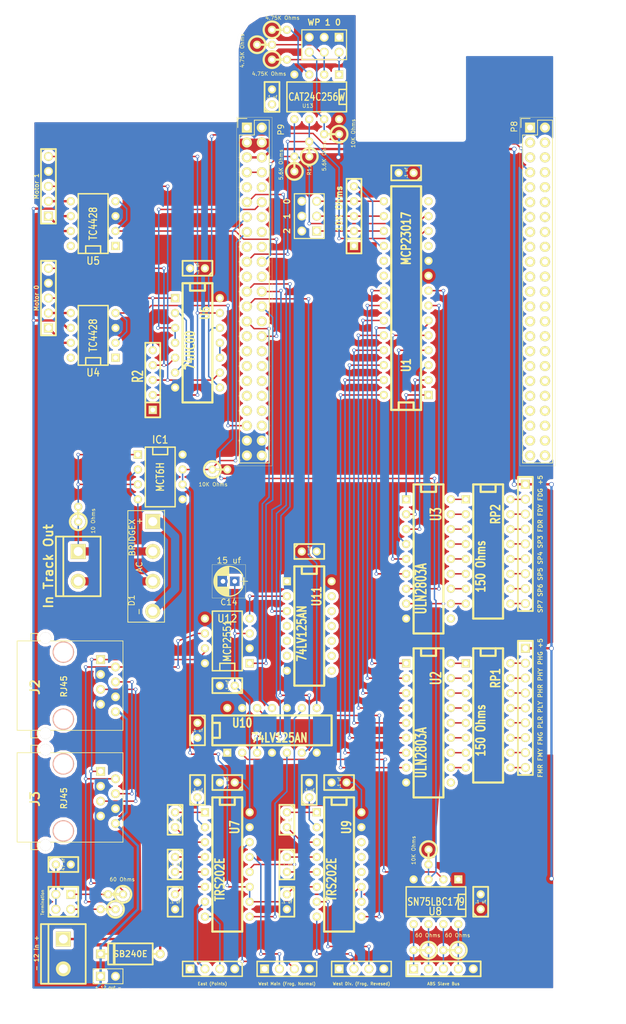
<source format=kicad_pcb>
(kicad_pcb (version 3) (host pcbnew "(22-Jun-2014 BZR 4027)-stable")
  (title_block (company "Deepwoods Software"))
  (layers (15 F.Cu signal) (0 B.Cu signal) (18 B.Paste user) (19 F.Paste user) (20 B.SilkS user) (21 F.SilkS user) (22 B.Mask user) (23 F.Mask user) (28 Edge.Cuts user))
  (net 0 "")
  (net 1 +12V)
  (net 2 +3.3V)
  (net 3 +5V)
  (net 4 /CANBUSDriver/CANRX)
  (net 5 /CANBUSDriver/CANTX)
  (net 6 /M0_Control)
  (net 7 /M0_Sense)
  (net 8 /M1_Control)
  (net 9 /M1_Sense)
  (net 10 "/Sensors/East (Points) Occ")
  (net 11 "/Sensors/East (Points) Occ_")
  (net 12 /Sensors/Occupancy)
  (net 13 /Sensors/RX)
  (net 14 /Sensors/RX_)
  (net 15 /Sensors/TX)
  (net 16 "/Sensors/West Diverg (Frog Reversed) Occ")
  (net 17 "/Sensors/West Diverg (Frog Reversed) Occ_")
  (net 18 "/Sensors/West Main (Frog Normal) Occ")
  (net 19 "/Sensors/West Main (Frog Normal) Occ_")
  (net 20 /Signals/GP0-0)
  (net 21 /Signals/GP0-1)
  (net 22 /Signals/GP0-2)
  (net 23 /Signals/GP0-3)
  (net 24 /Signals/GP0-4)
  (net 25 /Signals/GP0-5)
  (net 26 /Signals/GP0-6)
  (net 27 /Signals/GP0-7)
  (net 28 /Signals/GP1-0)
  (net 29 /Signals/GP1-1)
  (net 30 /Signals/GP1-2)
  (net 31 /Signals/GP1-3)
  (net 32 /Signals/GP1-4)
  (net 33 /Signals/GP1-5)
  (net 34 /Signals/GP1-6)
  (net 35 /Signals/GP1-7)
  (net 36 /Signals/SCL)
  (net 37 /Signals/SDA)
  (net 38 GND)
  (net 39 N-00000100)
  (net 40 N-00000101)
  (net 41 N-00000102)
  (net 42 N-00000103)
  (net 43 N-00000104)
  (net 44 N-00000105)
  (net 45 N-00000106)
  (net 46 N-00000107)
  (net 47 N-00000108)
  (net 48 N-00000109)
  (net 49 N-00000110)
  (net 50 N-00000111)
  (net 51 N-00000116)
  (net 52 N-00000120)
  (net 53 N-00000121)
  (net 54 N-00000122)
  (net 55 N-00000123)
  (net 56 N-00000124)
  (net 57 N-00000125)
  (net 58 N-00000126)
  (net 59 N-00000127)
  (net 60 N-00000128)
  (net 61 N-00000129)
  (net 62 N-00000130)
  (net 63 N-00000131)
  (net 64 N-00000134)
  (net 65 N-00000135)
  (net 66 N-00000136)
  (net 67 N-00000137)
  (net 68 N-00000138)
  (net 69 N-00000139)
  (net 70 N-00000140)
  (net 71 N-00000141)
  (net 72 N-00000142)
  (net 73 N-00000143)
  (net 74 N-00000144)
  (net 75 N-00000145)
  (net 76 N-00000146)
  (net 77 N-00000147)
  (net 78 N-00000148)
  (net 79 N-00000149)
  (net 80 N-00000152)
  (net 81 N-00000153)
  (net 82 N-00000154)
  (net 83 N-00000155)
  (net 84 N-00000156)
  (net 85 N-00000157)
  (net 86 N-00000158)
  (net 87 N-00000159)
  (net 88 N-00000160)
  (net 89 N-00000161)
  (net 90 N-00000162)
  (net 91 N-00000163)
  (net 92 N-00000164)
  (net 93 N-00000165)
  (net 94 N-00000166)
  (net 95 N-00000167)
  (net 96 N-00000168)
  (net 97 N-00000169)
  (net 98 N-00000170)
  (net 99 N-00000171)
  (net 100 N-000002)
  (net 101 N-00000202)
  (net 102 N-00000203)
  (net 103 N-00000206)
  (net 104 N-00000207)
  (net 105 N-00000208)
  (net 106 N-00000209)
  (net 107 N-00000210)
  (net 108 N-00000211)
  (net 109 N-00000212)
  (net 110 N-000003)
  (net 111 N-000004)
  (net 112 N-000005)
  (net 113 N-000006)
  (net 114 N-0000063)
  (net 115 N-0000064)
  (net 116 N-0000065)
  (net 117 N-000007)
  (net 118 N-0000071)
  (net 119 N-0000072)
  (net 120 N-0000073)
  (net 121 N-000008)
  (net 122 N-000009)
  (net 123 N-0000099)
  (net 124 SYS_5V)
  (module Socket_BeagleBone_Black:Socket_BeagleBone_Black (layer F.Cu) (at 164.6301 34.4424)
    (fp_text reference P8 (at -2.7051 -0.1524 90) (layer F.SilkS))
    (fp_text value BeagleBone_Black_Header hide)
    (pad 1 thru_hole rect (at 0 0) (size 1.7272 1.7272) (drill 1.016) (layers *.Cu *.Mask F.SilkS) (net 38 GND))
    (pad 2 thru_hole oval (at 2.54 0) (size 1.7272 1.7272) (drill 1.016) (layers *.Cu *.Mask F.SilkS) (net 38 GND))
    (pad 3 thru_hole oval (at 0 2.54) (size 1.7272 1.7272) (drill 1.016) (layers *.Cu *.Mask F.SilkS))
    (pad 4 thru_hole oval (at 2.54 2.54) (size 1.7272 1.7272) (drill 1.016) (layers *.Cu *.Mask F.SilkS))
    (pad 5 thru_hole oval (at 0 5.08) (size 1.7272 1.7272) (drill 1.016) (layers *.Cu *.Mask F.SilkS))
    (pad 6 thru_hole oval (at 2.54 5.08) (size 1.7272 1.7272) (drill 1.016) (layers *.Cu *.Mask F.SilkS))
    (pad 7 thru_hole oval (at 0 7.62) (size 1.7272 1.7272) (drill 1.016) (layers *.Cu *.Mask F.SilkS) (net 9 /M1_Sense))
    (pad 8 thru_hole oval (at 2.54 7.62) (size 1.7272 1.7272) (drill 1.016) (layers *.Cu *.Mask F.SilkS))
    (pad 9 thru_hole oval (at 0 10.16) (size 1.7272 1.7272) (drill 1.016) (layers *.Cu *.Mask F.SilkS))
    (pad 10 thru_hole oval (at 2.54 10.16) (size 1.7272 1.7272) (drill 1.016) (layers *.Cu *.Mask F.SilkS))
    (pad 11 thru_hole oval (at 0 12.7) (size 1.7272 1.7272) (drill 1.016) (layers *.Cu *.Mask F.SilkS))
    (pad 12 thru_hole oval (at 2.54 12.7) (size 1.7272 1.7272) (drill 1.016) (layers *.Cu *.Mask F.SilkS))
    (pad 13 thru_hole oval (at 0 15.24) (size 1.7272 1.7272) (drill 1.016) (layers *.Cu *.Mask F.SilkS))
    (pad 14 thru_hole oval (at 2.54 15.24) (size 1.7272 1.7272) (drill 1.016) (layers *.Cu *.Mask F.SilkS))
    (pad 15 thru_hole oval (at 0 17.78) (size 1.7272 1.7272) (drill 1.016) (layers *.Cu *.Mask F.SilkS))
    (pad 16 thru_hole oval (at 2.54 17.78) (size 1.7272 1.7272) (drill 1.016) (layers *.Cu *.Mask F.SilkS))
    (pad 17 thru_hole oval (at 0 20.32) (size 1.7272 1.7272) (drill 1.016) (layers *.Cu *.Mask F.SilkS))
    (pad 18 thru_hole oval (at 2.54 20.32) (size 1.7272 1.7272) (drill 1.016) (layers *.Cu *.Mask F.SilkS))
    (pad 19 thru_hole oval (at 0 22.86) (size 1.7272 1.7272) (drill 1.016) (layers *.Cu *.Mask F.SilkS))
    (pad 20 thru_hole oval (at 2.54 22.86) (size 1.7272 1.7272) (drill 1.016) (layers *.Cu *.Mask F.SilkS))
    (pad 21 thru_hole oval (at 0 25.4) (size 1.7272 1.7272) (drill 1.016) (layers *.Cu *.Mask F.SilkS))
    (pad 22 thru_hole oval (at 2.54 25.4) (size 1.7272 1.7272) (drill 1.016) (layers *.Cu *.Mask F.SilkS))
    (pad 23 thru_hole oval (at 0 27.94) (size 1.7272 1.7272) (drill 1.016) (layers *.Cu *.Mask F.SilkS))
    (pad 24 thru_hole oval (at 2.54 27.94) (size 1.7272 1.7272) (drill 1.016) (layers *.Cu *.Mask F.SilkS))
    (pad 25 thru_hole oval (at 0 30.48) (size 1.7272 1.7272) (drill 1.016) (layers *.Cu *.Mask F.SilkS))
    (pad 26 thru_hole oval (at 2.54 30.48) (size 1.7272 1.7272) (drill 1.016) (layers *.Cu *.Mask F.SilkS))
    (pad 27 thru_hole oval (at 0 33.02) (size 1.7272 1.7272) (drill 1.016) (layers *.Cu *.Mask F.SilkS))
    (pad 28 thru_hole oval (at 2.54 33.02) (size 1.7272 1.7272) (drill 1.016) (layers *.Cu *.Mask F.SilkS))
    (pad 29 thru_hole oval (at 0 35.56) (size 1.7272 1.7272) (drill 1.016) (layers *.Cu *.Mask F.SilkS))
    (pad 30 thru_hole oval (at 2.54 35.56) (size 1.7272 1.7272) (drill 1.016) (layers *.Cu *.Mask F.SilkS))
    (pad 31 thru_hole oval (at 0 38.1) (size 1.7272 1.7272) (drill 1.016) (layers *.Cu *.Mask F.SilkS))
    (pad 32 thru_hole oval (at 2.54 38.1) (size 1.7272 1.7272) (drill 1.016) (layers *.Cu *.Mask F.SilkS))
    (pad 33 thru_hole oval (at 0 40.64) (size 1.7272 1.7272) (drill 1.016) (layers *.Cu *.Mask F.SilkS))
    (pad 34 thru_hole oval (at 2.54 40.64) (size 1.7272 1.7272) (drill 1.016) (layers *.Cu *.Mask F.SilkS))
    (pad 35 thru_hole oval (at 0 43.18) (size 1.7272 1.7272) (drill 1.016) (layers *.Cu *.Mask F.SilkS))
    (pad 36 thru_hole oval (at 2.54 43.18) (size 1.7272 1.7272) (drill 1.016) (layers *.Cu *.Mask F.SilkS))
    (pad 37 thru_hole oval (at 0 45.72) (size 1.7272 1.7272) (drill 1.016) (layers *.Cu *.Mask F.SilkS))
    (pad 38 thru_hole oval (at 2.54 45.72) (size 1.7272 1.7272) (drill 1.016) (layers *.Cu *.Mask F.SilkS))
    (pad 39 thru_hole oval (at 0 48.26) (size 1.7272 1.7272) (drill 1.016) (layers *.Cu *.Mask F.SilkS))
    (pad 40 thru_hole oval (at 2.54 48.26) (size 1.7272 1.7272) (drill 1.016) (layers *.Cu *.Mask F.SilkS))
    (pad 41 thru_hole oval (at 0 50.8) (size 1.7272 1.7272) (drill 1.016) (layers *.Cu *.Mask F.SilkS))
    (pad 42 thru_hole oval (at 2.54 50.8) (size 1.7272 1.7272) (drill 1.016) (layers *.Cu *.Mask F.SilkS))
    (pad 43 thru_hole oval (at 0 53.34) (size 1.7272 1.7272) (drill 1.016) (layers *.Cu *.Mask F.SilkS))
    (pad 44 thru_hole oval (at 2.54 53.34) (size 1.7272 1.7272) (drill 1.016) (layers *.Cu *.Mask F.SilkS))
    (pad 45 thru_hole oval (at 0 55.88) (size 1.7272 1.7272) (drill 1.016) (layers *.Cu *.Mask F.SilkS))
    (pad 46 thru_hole oval (at 2.54 55.88) (size 1.7272 1.7272) (drill 1.016) (layers *.Cu *.Mask F.SilkS))
  )
  (module Socket_BeagleBone_Black:Socket_BeagleBone_Black (layer F.Cu) (at 116.3701 34.4424)
    (fp_text reference P9 (at 5.8039 0.3556 90) (layer F.SilkS))
    (fp_text value BeagleBone_Black_Header hide)
    (pad 1 thru_hole rect (at 0 0) (size 1.7272 1.7272) (drill 1.016) (layers *.Cu *.Mask F.SilkS) (net 38 GND))
    (pad 2 thru_hole oval (at 2.54 0) (size 1.7272 1.7272) (drill 1.016) (layers *.Cu *.Mask F.SilkS) (net 38 GND))
    (pad 3 thru_hole oval (at 0 2.54) (size 1.7272 1.7272) (drill 1.016) (layers *.Cu *.Mask F.SilkS) (net 2 +3.3V))
    (pad 4 thru_hole oval (at 2.54 2.54) (size 1.7272 1.7272) (drill 1.016) (layers *.Cu *.Mask F.SilkS) (net 2 +3.3V))
    (pad 5 thru_hole oval (at 0 5.08) (size 1.7272 1.7272) (drill 1.016) (layers *.Cu *.Mask F.SilkS) (net 3 +5V))
    (pad 6 thru_hole oval (at 2.54 5.08) (size 1.7272 1.7272) (drill 1.016) (layers *.Cu *.Mask F.SilkS) (net 3 +5V))
    (pad 7 thru_hole oval (at 0 7.62) (size 1.7272 1.7272) (drill 1.016) (layers *.Cu *.Mask F.SilkS) (net 124 SYS_5V))
    (pad 8 thru_hole oval (at 2.54 7.62) (size 1.7272 1.7272) (drill 1.016) (layers *.Cu *.Mask F.SilkS) (net 124 SYS_5V))
    (pad 9 thru_hole oval (at 0 10.16) (size 1.7272 1.7272) (drill 1.016) (layers *.Cu *.Mask F.SilkS))
    (pad 10 thru_hole oval (at 2.54 10.16) (size 1.7272 1.7272) (drill 1.016) (layers *.Cu *.Mask F.SilkS))
    (pad 11 thru_hole oval (at 0 12.7) (size 1.7272 1.7272) (drill 1.016) (layers *.Cu *.Mask F.SilkS) (net 13 /Sensors/RX))
    (pad 12 thru_hole oval (at 2.54 12.7) (size 1.7272 1.7272) (drill 1.016) (layers *.Cu *.Mask F.SilkS) (net 7 /M0_Sense))
    (pad 13 thru_hole oval (at 0 15.24) (size 1.7272 1.7272) (drill 1.016) (layers *.Cu *.Mask F.SilkS) (net 15 /Sensors/TX))
    (pad 14 thru_hole oval (at 2.54 15.24) (size 1.7272 1.7272) (drill 1.016) (layers *.Cu *.Mask F.SilkS))
    (pad 15 thru_hole oval (at 0 17.78) (size 1.7272 1.7272) (drill 1.016) (layers *.Cu *.Mask F.SilkS) (net 12 /Sensors/Occupancy))
    (pad 16 thru_hole oval (at 2.54 17.78) (size 1.7272 1.7272) (drill 1.016) (layers *.Cu *.Mask F.SilkS))
    (pad 17 thru_hole oval (at 0 20.32) (size 1.7272 1.7272) (drill 1.016) (layers *.Cu *.Mask F.SilkS))
    (pad 18 thru_hole oval (at 2.54 20.32) (size 1.7272 1.7272) (drill 1.016) (layers *.Cu *.Mask F.SilkS))
    (pad 19 thru_hole oval (at 0 22.86) (size 1.7272 1.7272) (drill 1.016) (layers *.Cu *.Mask F.SilkS) (net 36 /Signals/SCL))
    (pad 20 thru_hole oval (at 2.54 22.86) (size 1.7272 1.7272) (drill 1.016) (layers *.Cu *.Mask F.SilkS) (net 37 /Signals/SDA))
    (pad 21 thru_hole oval (at 0 25.4) (size 1.7272 1.7272) (drill 1.016) (layers *.Cu *.Mask F.SilkS))
    (pad 22 thru_hole oval (at 2.54 25.4) (size 1.7272 1.7272) (drill 1.016) (layers *.Cu *.Mask F.SilkS))
    (pad 23 thru_hole oval (at 0 27.94) (size 1.7272 1.7272) (drill 1.016) (layers *.Cu *.Mask F.SilkS) (net 10 "/Sensors/East (Points) Occ"))
    (pad 24 thru_hole oval (at 2.54 27.94) (size 1.7272 1.7272) (drill 1.016) (layers *.Cu *.Mask F.SilkS) (net 4 /CANBUSDriver/CANRX))
    (pad 25 thru_hole oval (at 0 30.48) (size 1.7272 1.7272) (drill 1.016) (layers *.Cu *.Mask F.SilkS) (net 18 "/Sensors/West Main (Frog Normal) Occ"))
    (pad 26 thru_hole oval (at 2.54 30.48) (size 1.7272 1.7272) (drill 1.016) (layers *.Cu *.Mask F.SilkS) (net 5 /CANBUSDriver/CANTX))
    (pad 27 thru_hole oval (at 0 33.02) (size 1.7272 1.7272) (drill 1.016) (layers *.Cu *.Mask F.SilkS) (net 16 "/Sensors/West Diverg (Frog Reversed) Occ"))
    (pad 28 thru_hole oval (at 2.54 33.02) (size 1.7272 1.7272) (drill 1.016) (layers *.Cu *.Mask F.SilkS))
    (pad 29 thru_hole oval (at 0 35.56) (size 1.7272 1.7272) (drill 1.016) (layers *.Cu *.Mask F.SilkS))
    (pad 30 thru_hole oval (at 2.54 35.56) (size 1.7272 1.7272) (drill 1.016) (layers *.Cu *.Mask F.SilkS) (net 8 /M1_Control))
    (pad 31 thru_hole oval (at 0 38.1) (size 1.7272 1.7272) (drill 1.016) (layers *.Cu *.Mask F.SilkS))
    (pad 32 thru_hole oval (at 2.54 38.1) (size 1.7272 1.7272) (drill 1.016) (layers *.Cu *.Mask F.SilkS))
    (pad 33 thru_hole oval (at 0 40.64) (size 1.7272 1.7272) (drill 1.016) (layers *.Cu *.Mask F.SilkS))
    (pad 34 thru_hole oval (at 2.54 40.64) (size 1.7272 1.7272) (drill 1.016) (layers *.Cu *.Mask F.SilkS))
    (pad 35 thru_hole oval (at 0 43.18) (size 1.7272 1.7272) (drill 1.016) (layers *.Cu *.Mask F.SilkS))
    (pad 36 thru_hole oval (at 2.54 43.18) (size 1.7272 1.7272) (drill 1.016) (layers *.Cu *.Mask F.SilkS))
    (pad 37 thru_hole oval (at 0 45.72) (size 1.7272 1.7272) (drill 1.016) (layers *.Cu *.Mask F.SilkS))
    (pad 38 thru_hole oval (at 2.54 45.72) (size 1.7272 1.7272) (drill 1.016) (layers *.Cu *.Mask F.SilkS))
    (pad 39 thru_hole oval (at 0 48.26) (size 1.7272 1.7272) (drill 1.016) (layers *.Cu *.Mask F.SilkS))
    (pad 40 thru_hole oval (at 2.54 48.26) (size 1.7272 1.7272) (drill 1.016) (layers *.Cu *.Mask F.SilkS))
    (pad 41 thru_hole oval (at 0 50.8) (size 1.7272 1.7272) (drill 1.016) (layers *.Cu *.Mask F.SilkS) (net 6 /M0_Control))
    (pad 42 thru_hole oval (at 2.54 50.8) (size 1.7272 1.7272) (drill 1.016) (layers *.Cu *.Mask F.SilkS))
    (pad 43 thru_hole oval (at 0 53.34) (size 1.7272 1.7272) (drill 1.016) (layers *.Cu *.Mask F.SilkS) (net 38 GND))
    (pad 44 thru_hole oval (at 2.54 53.34) (size 1.7272 1.7272) (drill 1.016) (layers *.Cu *.Mask F.SilkS) (net 38 GND))
    (pad 45 thru_hole oval (at 0 55.88) (size 1.7272 1.7272) (drill 1.016) (layers *.Cu *.Mask F.SilkS) (net 38 GND))
    (pad 46 thru_hole oval (at 2.54 55.88) (size 1.7272 1.7272) (drill 1.016) (layers *.Cu *.Mask F.SilkS) (net 38 GND))
  )
  (module SIL-5 (layer F.Cu) (at 100.33 76.2 90)
    (fp_text reference R2 (at -0.635 -2.54 90) (layer F.SilkS) (effects (font (size 1.72974 1.08712) (thickness 0.3048))))
    (fp_text value "10K Ohms" hide)
    (pad 1 thru_hole rect (at -6.35 0 90) (size 1.397 1.397) (drill 0.8128) (layers *.Cu *.Mask F.SilkS) (net 2 +3.3V))
    (pad 2 thru_hole circle (at -3.81 0 90) (size 1.397 1.397) (drill 0.8128) (layers *.Cu *.Mask F.SilkS) (net 118 N-0000071))
    (pad 3 thru_hole circle (at -1.27 0 90) (size 1.397 1.397) (drill 0.8128) (layers *.Cu *.Mask F.SilkS) (net 119 N-0000072))
    (pad 4 thru_hole circle (at 1.27 0 90) (size 1.397 1.397) (drill 0.8128) (layers *.Cu *.Mask F.SilkS) (net 120 N-0000073))
    (pad 5 thru_hole circle (at 3.81 0 90) (size 1.397 1.397) (drill 0.8128) (layers *.Cu *.Mask F.SilkS) (net 117 N-000007))
  )
  (module SIL-5 (layer F.Cu) (at 134.62 48.26 90)
    (fp_text reference R1 hide)
    (fp_text value "10K Ohms" (at 0 -2.54 90) (layer F.SilkS) (effects (font (thickness 0.25))))
    (pad 1 thru_hole rect (at -6.35 0 90) (size 1.397 1.397) (drill 0.8128) (layers *.Cu *.Mask F.SilkS) (net 2 +3.3V))
    (pad 2 thru_hole circle (at -3.81 0 90) (size 1.397 1.397) (drill 0.8128) (layers *.Cu *.Mask F.SilkS) (net 66 N-00000136))
    (pad 3 thru_hole circle (at -1.27 0 90) (size 1.397 1.397) (drill 0.8128) (layers *.Cu *.Mask F.SilkS) (net 65 N-00000135))
    (pad 4 thru_hole circle (at 1.27 0 90) (size 1.397 1.397) (drill 0.8128) (layers *.Cu *.Mask F.SilkS) (net 83 N-00000155))
    (pad 5 thru_hole circle (at 3.81 0 90) (size 1.397 1.397) (drill 0.8128) (layers *.Cu *.Mask F.SilkS) (net 64 N-00000134))
  )
  (module ScrewTerm_2.54-9 (layer F.Cu) (at 163.83 133.35 270)
    (fp_text reference T1 hide)
    (fp_text value "FMR FMY FMG PLR PLY PHR PHY PHG +5" (at 0 -2.54 270) (layer F.SilkS) (effects (font (size 0.75 0.75))))
    (pad 1 thru_hole rect (at -10.18 0 270) (size 1.524 1.524) (drill 1.016) (layers *.Cu *.Mask F.SilkS) (net 3 +5V))
    (pad 2 thru_hole circle (at -7.64 0 270) (size 1.524 1.524) (drill 1.016) (layers *.Cu *.Mask F.SilkS) (net 72 N-00000142))
    (pad 3 thru_hole circle (at -5.1 0 270) (size 1.524 1.524) (drill 1.016) (layers *.Cu *.Mask F.SilkS) (net 71 N-00000141))
    (pad 4 thru_hole circle (at -2.56 0 270) (size 1.524 1.524) (drill 1.016) (layers *.Cu *.Mask F.SilkS) (net 70 N-00000140))
    (pad 5 thru_hole circle (at -0.02 0 270) (size 1.524 1.524) (drill 1.016) (layers *.Cu *.Mask F.SilkS) (net 69 N-00000139))
    (pad 6 thru_hole circle (at 2.52 0 270) (size 1.524 1.524) (drill 1.016) (layers *.Cu *.Mask F.SilkS) (net 68 N-00000138))
    (pad 7 thru_hole circle (at 5.06 0 270) (size 1.524 1.524) (drill 1.016) (layers *.Cu *.Mask F.SilkS) (net 80 N-00000152))
    (pad 8 thru_hole circle (at 7.6 0 270) (size 1.524 1.524) (drill 1.016) (layers *.Cu *.Mask F.SilkS) (net 82 N-00000154))
    (pad 9 thru_hole circle (at 10.14 0 270) (size 1.524 1.524) (drill 1.016) (layers *.Cu *.Mask F.SilkS) (net 81 N-00000153))
  )
  (module ScrewTerm_2.54-9 (layer F.Cu) (at 163.83 105.41 270)
    (fp_text reference T2 hide)
    (fp_text value "SP7 SP6 SP5 SP4 SP3 FDR FDY FDG +5" (at 0 -2.54 270) (layer F.SilkS) (effects (font (size 0.75 0.75))))
    (pad 1 thru_hole rect (at -10.18 0 270) (size 1.524 1.524) (drill 1.016) (layers *.Cu *.Mask F.SilkS) (net 3 +5V))
    (pad 2 thru_hole circle (at -7.64 0 270) (size 1.524 1.524) (drill 1.016) (layers *.Cu *.Mask F.SilkS) (net 79 N-00000149))
    (pad 3 thru_hole circle (at -5.1 0 270) (size 1.524 1.524) (drill 1.016) (layers *.Cu *.Mask F.SilkS) (net 78 N-00000148))
    (pad 4 thru_hole circle (at -2.56 0 270) (size 1.524 1.524) (drill 1.016) (layers *.Cu *.Mask F.SilkS) (net 77 N-00000147))
    (pad 5 thru_hole circle (at -0.02 0 270) (size 1.524 1.524) (drill 1.016) (layers *.Cu *.Mask F.SilkS) (net 67 N-00000137))
    (pad 6 thru_hole circle (at 2.52 0 270) (size 1.524 1.524) (drill 1.016) (layers *.Cu *.Mask F.SilkS) (net 76 N-00000146))
    (pad 7 thru_hole circle (at 5.06 0 270) (size 1.524 1.524) (drill 1.016) (layers *.Cu *.Mask F.SilkS) (net 75 N-00000145))
    (pad 8 thru_hole circle (at 7.6 0 270) (size 1.524 1.524) (drill 1.016) (layers *.Cu *.Mask F.SilkS) (net 74 N-00000144))
    (pad 9 thru_hole circle (at 10.14 0 270) (size 1.524 1.524) (drill 1.016) (layers *.Cu *.Mask F.SilkS) (net 73 N-00000143))
  )
  (module ScrewTerm_2.54-5 (layer F.Cu) (at 82.55 63.5 90)
    (fp_text reference T4 hide)
    (fp_text value "Motor 0" (at 0 -2.032 90) (layer F.SilkS) (effects (font (size 0.75 0.75))))
    (pad 1 thru_hole rect (at -5.08 0 90) (size 1.524 1.524) (drill 1.016) (layers *.Cu *.Mask F.SilkS) (net 112 N-000005))
    (pad 2 thru_hole circle (at -2.54 0 90) (size 1.524 1.524) (drill 1.016) (layers *.Cu *.Mask F.SilkS) (net 111 N-000004))
    (pad 3 thru_hole circle (at 0 0 90) (size 1.524 1.524) (drill 1.016) (layers *.Cu *.Mask F.SilkS) (net 117 N-000007))
    (pad 4 thru_hole circle (at 2.54 0 90) (size 1.524 1.524) (drill 1.016) (layers *.Cu *.Mask F.SilkS) (net 38 GND))
    (pad 5 thru_hole circle (at 5.08 0 90) (size 1.524 1.524) (drill 1.016) (layers *.Cu *.Mask F.SilkS) (net 120 N-0000073))
  )
  (module ScrewTerm_2.54-5 (layer F.Cu) (at 82.55 44.45 90)
    (fp_text reference T5 hide)
    (fp_text value "Motor 1" (at 0 -2.032 90) (layer F.SilkS) (effects (font (size 0.75 0.75))))
    (pad 1 thru_hole rect (at -5.08 0 90) (size 1.524 1.524) (drill 1.016) (layers *.Cu *.Mask F.SilkS) (net 110 N-000003))
    (pad 2 thru_hole circle (at -2.54 0 90) (size 1.524 1.524) (drill 1.016) (layers *.Cu *.Mask F.SilkS) (net 100 N-000002))
    (pad 3 thru_hole circle (at 0 0 90) (size 1.524 1.524) (drill 1.016) (layers *.Cu *.Mask F.SilkS) (net 119 N-0000072))
    (pad 4 thru_hole circle (at 2.54 0 90) (size 1.524 1.524) (drill 1.016) (layers *.Cu *.Mask F.SilkS) (net 38 GND))
    (pad 5 thru_hole circle (at 5.08 0 90) (size 1.524 1.524) (drill 1.016) (layers *.Cu *.Mask F.SilkS) (net 118 N-0000071))
  )
  (module ScrewTerm2.54-2 (layer F.Cu) (at 92.71 179.07)
    (fp_text reference P10 hide)
    (fp_text value "+ 12 out -" (at 0 1.905) (layer F.SilkS) (effects (font (size 0.5 0.5) (thickness 0.1016))))
    (pad 1 thru_hole rect (at -1.27 0 90) (size 1.524 1.524) (drill 1.016) (layers *.Cu *.Mask F.SilkS) (net 1 +12V))
    (pad 2 thru_hole circle (at 1.27 0 90) (size 1.524 1.524) (drill 1.016) (layers *.Cu *.Mask F.SilkS) (net 38 GND))
  )
  (module RJ45_8N-S (layer F.Cu) (at 85.09 148.59 270)
    (fp_text reference J3 (at 0.254 4.826 270) (layer F.SilkS) (effects (font (size 1.524 1.524) (thickness 0.3048))))
    (fp_text value RJ45 (at 0.14224 -0.1016 270) (layer F.SilkS) (effects (font (size 1.00076 1.00076) (thickness 0.2032))))
    (pad "" np_thru_hole circle (at 5.715 0 270) (size 3.64998 3.64998) (drill 3.2512) (layers *.Cu *.SilkS *.Mask))
    (pad "" np_thru_hole circle (at -5.715 0 270) (size 3.64998 3.64998) (drill 3.2512) (layers *.Cu *.SilkS *.Mask))
    (pad 1 thru_hole rect (at -4.445 -6.35 270) (size 1.50114 1.50114) (drill 0.89916) (layers *.Cu *.Mask F.SilkS) (net 104 N-00000207))
    (pad 2 thru_hole circle (at -3.175 -8.89 270) (size 1.50114 1.50114) (drill 0.89916) (layers *.Cu *.Mask F.SilkS) (net 103 N-00000206))
    (pad 3 thru_hole circle (at -1.905 -6.35 270) (size 1.50114 1.50114) (drill 0.89916) (layers *.Cu *.Mask F.SilkS) (net 38 GND))
    (pad 4 thru_hole circle (at -0.635 -8.89 270) (size 1.50114 1.50114) (drill 0.89916) (layers *.Cu *.Mask F.SilkS) (net 101 N-00000202))
    (pad 5 thru_hole circle (at 0.635 -6.35 270) (size 1.50114 1.50114) (drill 0.89916) (layers *.Cu *.Mask F.SilkS) (net 102 N-00000203))
    (pad 6 thru_hole circle (at 1.905 -8.89 270) (size 1.50114 1.50114) (drill 0.89916) (layers *.Cu *.Mask F.SilkS) (net 38 GND))
    (pad 7 thru_hole circle (at 3.175 -6.35 270) (size 1.50114 1.50114) (drill 0.89916) (layers *.Cu *.Mask F.SilkS) (net 38 GND))
    (pad 8 thru_hole circle (at 4.445 -8.89 270) (size 1.50114 1.50114) (drill 0.89916) (layers *.Cu *.Mask F.SilkS) (net 1 +12V))
    (pad "" thru_hole circle (at -8.128 3.048 270) (size 1.9304 1.9304) (drill 1.9304) (layers *.Cu *.Mask F.SilkS))
    (pad "" thru_hole circle (at 8.128 3.048 270) (size 1.9304 1.9304) (drill 1.9304) (layers *.Cu *.Mask F.SilkS))
  )
  (module RJ45_8N-S (layer F.Cu) (at 85.09 129.54 270)
    (fp_text reference J2 (at 0.254 4.826 270) (layer F.SilkS) (effects (font (size 1.524 1.524) (thickness 0.3048))))
    (fp_text value RJ45 (at 0.14224 -0.1016 270) (layer F.SilkS) (effects (font (size 1.00076 1.00076) (thickness 0.2032))))
    (pad "" np_thru_hole circle (at 5.715 0 270) (size 3.64998 3.64998) (drill 3.2512) (layers *.Cu *.SilkS *.Mask))
    (pad "" np_thru_hole circle (at -5.715 0 270) (size 3.64998 3.64998) (drill 3.2512) (layers *.Cu *.SilkS *.Mask))
    (pad 1 thru_hole rect (at -4.445 -6.35 270) (size 1.50114 1.50114) (drill 0.89916) (layers *.Cu *.Mask F.SilkS) (net 104 N-00000207))
    (pad 2 thru_hole circle (at -3.175 -8.89 270) (size 1.50114 1.50114) (drill 0.89916) (layers *.Cu *.Mask F.SilkS) (net 103 N-00000206))
    (pad 3 thru_hole circle (at -1.905 -6.35 270) (size 1.50114 1.50114) (drill 0.89916) (layers *.Cu *.Mask F.SilkS) (net 38 GND))
    (pad 4 thru_hole circle (at -0.635 -8.89 270) (size 1.50114 1.50114) (drill 0.89916) (layers *.Cu *.Mask F.SilkS) (net 101 N-00000202))
    (pad 5 thru_hole circle (at 0.635 -6.35 270) (size 1.50114 1.50114) (drill 0.89916) (layers *.Cu *.Mask F.SilkS) (net 102 N-00000203))
    (pad 6 thru_hole circle (at 1.905 -8.89 270) (size 1.50114 1.50114) (drill 0.89916) (layers *.Cu *.Mask F.SilkS) (net 38 GND))
    (pad 7 thru_hole circle (at 3.175 -6.35 270) (size 1.50114 1.50114) (drill 0.89916) (layers *.Cu *.Mask F.SilkS) (net 38 GND))
    (pad 8 thru_hole circle (at 4.445 -8.89 270) (size 1.50114 1.50114) (drill 0.89916) (layers *.Cu *.Mask F.SilkS) (net 1 +12V))
    (pad "" thru_hole circle (at -8.128 3.048 270) (size 1.9304 1.9304) (drill 1.9304) (layers *.Cu *.Mask F.SilkS))
    (pad "" thru_hole circle (at 8.128 3.048 270) (size 1.9304 1.9304) (drill 1.9304) (layers *.Cu *.Mask F.SilkS))
  )
  (module R1 (layer F.Cu) (at 111.76 92.71)
    (fp_text reference R5 hide)
    (fp_text value "10K Ohms" (at -1.143 2.54) (layer F.SilkS) (effects (font (size 0.635 0.635) (thickness 0.1016))))
    (pad 1 thru_hole circle (at -1.27 0) (size 1.397 1.397) (drill 0.8128) (layers *.Cu *.Mask F.SilkS) (net 12 /Sensors/Occupancy))
    (pad 2 thru_hole circle (at 1.27 0) (size 1.397 1.397) (drill 0.8128) (layers *.Cu *.Mask F.SilkS) (net 2 +3.3V))
  )
  (module R1 (layer F.Cu) (at 147.32 158.75 270)
    (fp_text reference R4 hide)
    (fp_text value "10K Ohms" (at -1.143 2.54 270) (layer F.SilkS) (effects (font (size 0.635 0.635) (thickness 0.1016))))
    (pad 1 thru_hole circle (at -1.27 0 270) (size 1.397 1.397) (drill 0.8128) (layers *.Cu *.Mask F.SilkS) (net 2 +3.3V))
    (pad 2 thru_hole circle (at 1.27 0 270) (size 1.397 1.397) (drill 0.8128) (layers *.Cu *.Mask F.SilkS) (net 15 /Sensors/TX))
  )
  (module R1 (layer F.Cu) (at 87.63 100.33 90)
    (fp_text reference R3 hide)
    (fp_text value "10 Ohms" (at -1.143 2.54 90) (layer F.SilkS) (effects (font (size 0.635 0.635) (thickness 0.1016))))
    (pad 1 thru_hole circle (at -1.27 0 90) (size 1.397 1.397) (drill 0.8128) (layers *.Cu *.Mask F.SilkS) (net 60 N-00000128))
    (pad 2 thru_hole circle (at 1.27 0 90) (size 1.397 1.397) (drill 0.8128) (layers *.Cu *.Mask F.SilkS) (net 51 N-00000116))
  )
  (module R1 (layer F.Cu) (at 146.05 174.625 180)
    (fp_text reference R6 hide)
    (fp_text value "60 Ohms" (at -1.143 2.54 180) (layer F.SilkS) (effects (font (size 0.635 0.635) (thickness 0.1016))))
    (pad 1 thru_hole circle (at -1.27 0 180) (size 1.397 1.397) (drill 0.8128) (layers *.Cu *.Mask F.SilkS) (net 59 N-00000127))
    (pad 2 thru_hole circle (at 1.27 0 180) (size 1.397 1.397) (drill 0.8128) (layers *.Cu *.Mask F.SilkS) (net 52 N-00000120))
  )
  (module R1 (layer F.Cu) (at 151.13 174.625 180)
    (fp_text reference R7 hide)
    (fp_text value "60 Ohms" (at -1.143 2.54 180) (layer F.SilkS) (effects (font (size 0.635 0.635) (thickness 0.1016))))
    (pad 1 thru_hole circle (at -1.27 0 180) (size 1.397 1.397) (drill 0.8128) (layers *.Cu *.Mask F.SilkS) (net 63 N-00000131))
    (pad 2 thru_hole circle (at 1.27 0 180) (size 1.397 1.397) (drill 0.8128) (layers *.Cu *.Mask F.SilkS) (net 62 N-00000130))
  )
  (module R1 (layer F.Cu) (at 93.98 165.1 180)
    (fp_text reference R8 hide)
    (fp_text value "60 Ohms" (at -1.143 2.54 180) (layer F.SilkS) (effects (font (size 0.635 0.635) (thickness 0.1016))))
    (pad 1 thru_hole circle (at -1.27 0 180) (size 1.397 1.397) (drill 0.8128) (layers *.Cu *.Mask F.SilkS) (net 104 N-00000207))
    (pad 2 thru_hole circle (at 1.27 0 180) (size 1.397 1.397) (drill 0.8128) (layers *.Cu *.Mask F.SilkS) (net 108 N-00000211))
  )
  (module R1 (layer F.Cu) (at 92.71 167.64 180)
    (fp_text reference R9 hide)
    (fp_text value "60 Ohms" (at -1.143 2.54 180) (layer F.SilkS) (effects (font (size 0.635 0.635) (thickness 0.1016))))
    (pad 1 thru_hole circle (at -1.27 0 180) (size 1.397 1.397) (drill 0.8128) (layers *.Cu *.Mask F.SilkS) (net 103 N-00000206))
    (pad 2 thru_hole circle (at 1.27 0 180) (size 1.397 1.397) (drill 0.8128) (layers *.Cu *.Mask F.SilkS) (net 109 N-00000212))
  )
  (module PIN_ARRAY_5x1 (layer F.Cu) (at 149.86 177.8)
    (fp_text reference P4 hide)
    (fp_text value "ABS Slave Bus" (at 0 2.54) (layer F.SilkS) (effects (font (size 0.5 0.5) (thickness 0.1016))))
    (pad 1 thru_hole rect (at -5.08 0) (size 1.524 1.524) (drill 1.016) (layers *.Cu *.Mask F.SilkS) (net 52 N-00000120))
    (pad 2 thru_hole circle (at -2.54 0) (size 1.524 1.524) (drill 1.016) (layers *.Cu *.Mask F.SilkS) (net 59 N-00000127))
    (pad 3 thru_hole circle (at 0 0) (size 1.524 1.524) (drill 1.016) (layers *.Cu *.Mask F.SilkS) (net 62 N-00000130))
    (pad 4 thru_hole circle (at 2.54 0) (size 1.524 1.524) (drill 1.016) (layers *.Cu *.Mask F.SilkS) (net 63 N-00000131))
    (pad 5 thru_hole circle (at 5.08 0) (size 1.524 1.524) (drill 1.016) (layers *.Cu *.Mask F.SilkS) (net 38 GND))
  )
  (module PIN_ARRAY_4x1 (layer F.Cu) (at 123.19 177.8)
    (fp_text reference P3 hide)
    (fp_text value "West Main (Frog, Normal)" (at 0 2.54) (layer F.SilkS) (effects (font (size 0.5 0.5) (thickness 0.1016))))
    (pad 1 thru_hole rect (at -3.81 0) (size 1.524 1.524) (drill 1.016) (layers *.Cu *.Mask F.SilkS) (net 38 GND))
    (pad 2 thru_hole circle (at -1.27 0) (size 1.524 1.524) (drill 1.016) (layers *.Cu *.Mask F.SilkS) (net 43 N-00000104))
    (pad 3 thru_hole circle (at 1.27 0) (size 1.524 1.524) (drill 1.016) (layers *.Cu *.Mask F.SilkS) (net 123 N-0000099))
    (pad 4 thru_hole circle (at 3.81 0) (size 1.524 1.524) (drill 1.016) (layers *.Cu *.Mask F.SilkS) (net 38 GND))
  )
  (module PIN_ARRAY_4x1 (layer F.Cu) (at 135.89 177.8)
    (fp_text reference P5 hide)
    (fp_text value "West Div. (Frog, Revesed)" (at 0 2.54) (layer F.SilkS) (effects (font (size 0.5 0.5) (thickness 0.1016))))
    (pad 1 thru_hole rect (at -3.81 0) (size 1.524 1.524) (drill 1.016) (layers *.Cu *.Mask F.SilkS) (net 38 GND))
    (pad 2 thru_hole circle (at -1.27 0) (size 1.524 1.524) (drill 1.016) (layers *.Cu *.Mask F.SilkS) (net 42 N-00000103))
    (pad 3 thru_hole circle (at 1.27 0) (size 1.524 1.524) (drill 1.016) (layers *.Cu *.Mask F.SilkS) (net 39 N-00000100))
    (pad 4 thru_hole circle (at 3.81 0) (size 1.524 1.524) (drill 1.016) (layers *.Cu *.Mask F.SilkS) (net 38 GND))
  )
  (module PIN_ARRAY_4x1 (layer F.Cu) (at 110.49 177.8)
    (fp_text reference P2 hide)
    (fp_text value "East (Points)" (at 0 2.54) (layer F.SilkS) (effects (font (size 0.5 0.5) (thickness 0.1016))))
    (pad 1 thru_hole rect (at -3.81 0) (size 1.524 1.524) (drill 1.016) (layers *.Cu *.Mask F.SilkS) (net 38 GND))
    (pad 2 thru_hole circle (at -1.27 0) (size 1.524 1.524) (drill 1.016) (layers *.Cu *.Mask F.SilkS) (net 41 N-00000102))
    (pad 3 thru_hole circle (at 1.27 0) (size 1.524 1.524) (drill 1.016) (layers *.Cu *.Mask F.SilkS) (net 40 N-00000101))
    (pad 4 thru_hole circle (at 3.81 0) (size 1.524 1.524) (drill 1.016) (layers *.Cu *.Mask F.SilkS) (net 38 GND))
  )
  (module pin_array_3x2 (layer F.Cu) (at 127 49.53 90)
    (fp_text reference J1 hide)
    (fp_text value "2  1  0" (at 0 -3.81 90) (layer F.SilkS) (effects (font (size 1.016 1.016) (thickness 0.2032))))
    (pad 1 thru_hole rect (at -2.54 1.27 90) (size 1.524 1.524) (drill 1.016) (layers *.Cu *.Mask F.SilkS) (net 66 N-00000136))
    (pad 2 thru_hole circle (at -2.54 -1.27 90) (size 1.524 1.524) (drill 1.016) (layers *.Cu *.Mask F.SilkS) (net 38 GND))
    (pad 3 thru_hole circle (at 0 1.27 90) (size 1.524 1.524) (drill 1.016) (layers *.Cu *.Mask F.SilkS) (net 65 N-00000135))
    (pad 4 thru_hole circle (at 0 -1.27 90) (size 1.524 1.524) (drill 1.016) (layers *.Cu *.Mask F.SilkS) (net 38 GND))
    (pad 5 thru_hole circle (at 2.54 1.27 90) (size 1.524 1.524) (drill 1.016) (layers *.Cu *.Mask F.SilkS) (net 83 N-00000155))
    (pad 6 thru_hole circle (at 2.54 -1.27 90) (size 1.524 1.524) (drill 1.016) (layers *.Cu *.Mask F.SilkS) (net 38 GND))
  )
  (module PIN_ARRAY_2X2 (layer F.Cu) (at 85.09 166.37 180)
    (fp_text reference P6 hide)
    (fp_text value Termination (at 3.556 -0.127 270) (layer F.SilkS) (effects (font (size 0.5 0.5) (thickness 0.1016))))
    (pad 1 thru_hole rect (at -1.27 1.27 180) (size 1.524 1.524) (drill 1.016) (layers *.Cu *.Mask F.SilkS) (net 108 N-00000211))
    (pad 2 thru_hole circle (at -1.27 -1.27 180) (size 1.524 1.524) (drill 1.016) (layers *.Cu *.Mask F.SilkS) (net 109 N-00000212))
    (pad 3 thru_hole circle (at 1.27 1.27 180) (size 1.524 1.524) (drill 1.016) (layers *.Cu *.Mask F.SilkS) (net 107 N-00000210))
    (pad 4 thru_hole circle (at 1.27 -1.27 180) (size 1.524 1.524) (drill 1.016) (layers *.Cu *.Mask F.SilkS) (net 107 N-00000210))
  )
  (module KBL (layer F.Cu) (at 100.33 109.22 270)
    (fp_text reference D1 (at 5.8 3.6 270) (layer F.SilkS))
    (fp_text value BRIDGEX (at -4.9 3.5 270) (layer F.SilkS))
    (fp_text user AC (at 0.1 2.3 270) (layer F.SilkS))
    (fp_text user - (at 7.7 2.4 270) (layer F.SilkS))
    (fp_text user + (at -7.7 2.3 270) (layer F.SilkS))
    (pad 1 thru_hole rect (at -7.65 0 270) (size 2.54 2.54) (drill 1.524) (layers *.Cu *.Mask F.SilkS) (net 50 N-00000111))
    (pad 2 thru_hole circle (at -2.55 0 270) (size 2.54 2.54) (drill 1.524) (layers *.Cu *.Mask F.SilkS) (net 60 N-00000128))
    (pad 3 thru_hole circle (at 2.55 0 270) (size 2.54 2.54) (drill 1.524) (layers *.Cu *.Mask F.SilkS) (net 61 N-00000129))
    (pad 4 thru_hole circle (at 7.65 0 270) (size 2.54 2.54) (drill 1.524) (layers *.Cu *.Mask F.SilkS) (net 50 N-00000111))
  )
  (module DO-15 (layer F.Cu) (at 96.52 175.26 180)
    (fp_text reference D2 hide)
    (fp_text value SB240E (at 0 0 180) (layer F.SilkS) (effects (font (size 1.016 1.016) (thickness 0.2032))))
    (pad 2 thru_hole rect (at 5.08 0 180) (size 1.524 1.524) (drill 0.889) (layers *.Cu *.Mask F.SilkS) (net 1 +12V))
    (pad 1 thru_hole circle (at -5.08 0 180) (size 1.524 1.524) (drill 0.889) (layers *.Cu *.Mask F.SilkS) (net 105 N-00000208))
  )
  (module DIP-8__300 (layer F.Cu) (at 90.17 69.85 90)
    (fp_text reference U4 (at -6.35 0 180) (layer F.SilkS) (effects (font (size 1.27 1.143) (thickness 0.2032))))
    (fp_text value TC4428 (at 0 0 90) (layer F.SilkS) (effects (font (size 1.27 1.016) (thickness 0.2032))))
    (pad 1 thru_hole rect (at -3.81 3.81 90) (size 1.397 1.397) (drill 0.8128) (layers *.Cu *.Mask F.SilkS))
    (pad 2 thru_hole circle (at -1.27 3.81 90) (size 1.397 1.397) (drill 0.8128) (layers *.Cu *.Mask F.SilkS) (net 6 /M0_Control))
    (pad 3 thru_hole circle (at 1.27 3.81 90) (size 1.397 1.397) (drill 0.8128) (layers *.Cu *.Mask F.SilkS) (net 38 GND))
    (pad 4 thru_hole circle (at 3.81 3.81 90) (size 1.397 1.397) (drill 0.8128) (layers *.Cu *.Mask F.SilkS) (net 6 /M0_Control))
    (pad 5 thru_hole circle (at 3.81 -3.81 90) (size 1.397 1.397) (drill 0.8128) (layers *.Cu *.Mask F.SilkS) (net 111 N-000004))
    (pad 6 thru_hole circle (at 1.27 -3.81 90) (size 1.397 1.397) (drill 0.8128) (layers *.Cu *.Mask F.SilkS) (net 1 +12V))
    (pad 7 thru_hole circle (at -1.27 -3.81 90) (size 1.397 1.397) (drill 0.8128) (layers *.Cu *.Mask F.SilkS) (net 112 N-000005))
    (pad 8 thru_hole circle (at -3.81 -3.81 90) (size 1.397 1.397) (drill 0.8128) (layers *.Cu *.Mask F.SilkS))
  )
  (module DIP-8__300 (layer F.Cu) (at 90.17 50.8 90)
    (fp_text reference U5 (at -6.35 0 180) (layer F.SilkS) (effects (font (size 1.27 1.143) (thickness 0.2032))))
    (fp_text value TC4428 (at 0 0 90) (layer F.SilkS) (effects (font (size 1.27 1.016) (thickness 0.2032))))
    (pad 1 thru_hole rect (at -3.81 3.81 90) (size 1.397 1.397) (drill 0.8128) (layers *.Cu *.Mask F.SilkS))
    (pad 2 thru_hole circle (at -1.27 3.81 90) (size 1.397 1.397) (drill 0.8128) (layers *.Cu *.Mask F.SilkS) (net 8 /M1_Control))
    (pad 3 thru_hole circle (at 1.27 3.81 90) (size 1.397 1.397) (drill 0.8128) (layers *.Cu *.Mask F.SilkS) (net 38 GND))
    (pad 4 thru_hole circle (at 3.81 3.81 90) (size 1.397 1.397) (drill 0.8128) (layers *.Cu *.Mask F.SilkS) (net 8 /M1_Control))
    (pad 5 thru_hole circle (at 3.81 -3.81 90) (size 1.397 1.397) (drill 0.8128) (layers *.Cu *.Mask F.SilkS) (net 100 N-000002))
    (pad 6 thru_hole circle (at 1.27 -3.81 90) (size 1.397 1.397) (drill 0.8128) (layers *.Cu *.Mask F.SilkS) (net 1 +12V))
    (pad 7 thru_hole circle (at -1.27 -3.81 90) (size 1.397 1.397) (drill 0.8128) (layers *.Cu *.Mask F.SilkS) (net 110 N-000003))
    (pad 8 thru_hole circle (at -3.81 -3.81 90) (size 1.397 1.397) (drill 0.8128) (layers *.Cu *.Mask F.SilkS))
  )
  (module DIP-8__300 (layer F.Cu) (at 148.59 166.37 180)
    (fp_text reference U8 (at 0.127 -1.651 180) (layer F.SilkS) (effects (font (size 1.27 1.143) (thickness 0.2032))))
    (fp_text value SN75LBC179 (at 0 0 180) (layer F.SilkS) (effects (font (size 1.27 1.016) (thickness 0.2032))))
    (pad 1 thru_hole rect (at -3.81 3.81 180) (size 1.397 1.397) (drill 0.8128) (layers *.Cu *.Mask F.SilkS) (net 3 +5V))
    (pad 2 thru_hole circle (at -1.27 3.81 180) (size 1.397 1.397) (drill 0.8128) (layers *.Cu *.Mask F.SilkS) (net 14 /Sensors/RX_))
    (pad 3 thru_hole circle (at 1.27 3.81 180) (size 1.397 1.397) (drill 0.8128) (layers *.Cu *.Mask F.SilkS) (net 15 /Sensors/TX))
    (pad 4 thru_hole circle (at 3.81 3.81 180) (size 1.397 1.397) (drill 0.8128) (layers *.Cu *.Mask F.SilkS) (net 38 GND))
    (pad 5 thru_hole circle (at 3.81 -3.81 180) (size 1.397 1.397) (drill 0.8128) (layers *.Cu *.Mask F.SilkS) (net 52 N-00000120))
    (pad 6 thru_hole circle (at 1.27 -3.81 180) (size 1.397 1.397) (drill 0.8128) (layers *.Cu *.Mask F.SilkS) (net 59 N-00000127))
    (pad 7 thru_hole circle (at -1.27 -3.81 180) (size 1.397 1.397) (drill 0.8128) (layers *.Cu *.Mask F.SilkS) (net 62 N-00000130))
    (pad 8 thru_hole circle (at -3.81 -3.81 180) (size 1.397 1.397) (drill 0.8128) (layers *.Cu *.Mask F.SilkS) (net 63 N-00000131))
  )
  (module DIP-8__300 (layer F.Cu) (at 101.6 93.98 270)
    (fp_text reference IC1 (at -6.35 0 360) (layer F.SilkS) (effects (font (size 1.27 1.143) (thickness 0.2032))))
    (fp_text value MCT6H (at 0 0 270) (layer F.SilkS) (effects (font (size 1.27 1.016) (thickness 0.2032))))
    (pad 1 thru_hole rect (at -3.81 3.81 270) (size 1.397 1.397) (drill 0.8128) (layers *.Cu *.Mask F.SilkS) (net 51 N-00000116))
    (pad 2 thru_hole circle (at -1.27 3.81 270) (size 1.397 1.397) (drill 0.8128) (layers *.Cu *.Mask F.SilkS) (net 61 N-00000129))
    (pad 3 thru_hole circle (at 1.27 3.81 270) (size 1.397 1.397) (drill 0.8128) (layers *.Cu *.Mask F.SilkS) (net 51 N-00000116))
    (pad 4 thru_hole circle (at 3.81 3.81 270) (size 1.397 1.397) (drill 0.8128) (layers *.Cu *.Mask F.SilkS) (net 61 N-00000129))
    (pad 5 thru_hole circle (at 3.81 -3.81 270) (size 1.397 1.397) (drill 0.8128) (layers *.Cu *.Mask F.SilkS) (net 38 GND))
    (pad 6 thru_hole circle (at 1.27 -3.81 270) (size 1.397 1.397) (drill 0.8128) (layers *.Cu *.Mask F.SilkS) (net 12 /Sensors/Occupancy))
    (pad 7 thru_hole circle (at -1.27 -3.81 270) (size 1.397 1.397) (drill 0.8128) (layers *.Cu *.Mask F.SilkS) (net 12 /Sensors/Occupancy))
    (pad 8 thru_hole circle (at -3.81 -3.81 270) (size 1.397 1.397) (drill 0.8128) (layers *.Cu *.Mask F.SilkS) (net 38 GND))
  )
  (module DIP-28__300 (layer F.Cu) (at 143.51 63.5 90)
    (fp_text reference U1 (at -11.43 0 90) (layer F.SilkS) (effects (font (size 1.524 1.143) (thickness 0.3048))))
    (fp_text value MCP23017 (at 10.16 0 90) (layer F.SilkS) (effects (font (size 1.524 1.143) (thickness 0.3048))))
    (pad 2 thru_hole circle (at -13.97 3.81 90) (size 1.397 1.397) (drill 0.8128) (layers *.Cu *.Mask F.SilkS) (net 29 /Signals/GP1-1))
    (pad 3 thru_hole circle (at -11.43 3.81 90) (size 1.397 1.397) (drill 0.8128) (layers *.Cu *.Mask F.SilkS) (net 30 /Signals/GP1-2))
    (pad 4 thru_hole circle (at -8.89 3.81 90) (size 1.397 1.397) (drill 0.8128) (layers *.Cu *.Mask F.SilkS) (net 31 /Signals/GP1-3))
    (pad 5 thru_hole circle (at -6.35 3.81 90) (size 1.397 1.397) (drill 0.8128) (layers *.Cu *.Mask F.SilkS) (net 32 /Signals/GP1-4))
    (pad 6 thru_hole circle (at -3.81 3.81 90) (size 1.397 1.397) (drill 0.8128) (layers *.Cu *.Mask F.SilkS) (net 33 /Signals/GP1-5))
    (pad 7 thru_hole circle (at -1.27 3.81 90) (size 1.397 1.397) (drill 0.8128) (layers *.Cu *.Mask F.SilkS) (net 34 /Signals/GP1-6))
    (pad 8 thru_hole circle (at 1.27 3.81 90) (size 1.397 1.397) (drill 0.8128) (layers *.Cu *.Mask F.SilkS) (net 35 /Signals/GP1-7))
    (pad 9 thru_hole circle (at 3.81 3.81 90) (size 1.397 1.397) (drill 0.8128) (layers *.Cu *.Mask F.SilkS) (net 2 +3.3V))
    (pad 10 thru_hole circle (at 6.35 3.81 90) (size 1.397 1.397) (drill 0.8128) (layers *.Cu *.Mask F.SilkS) (net 38 GND))
    (pad 11 thru_hole circle (at 8.89 3.81 90) (size 1.397 1.397) (drill 0.8128) (layers *.Cu *.Mask F.SilkS))
    (pad 12 thru_hole circle (at 11.43 3.81 90) (size 1.397 1.397) (drill 0.8128) (layers *.Cu *.Mask F.SilkS) (net 36 /Signals/SCL))
    (pad 13 thru_hole circle (at 13.97 3.81 90) (size 1.397 1.397) (drill 0.8128) (layers *.Cu *.Mask F.SilkS) (net 37 /Signals/SDA))
    (pad 14 thru_hole circle (at 16.51 3.81 90) (size 1.397 1.397) (drill 0.8128) (layers *.Cu *.Mask F.SilkS))
    (pad 1 thru_hole rect (at -16.51 3.81 90) (size 1.397 1.397) (drill 0.8128) (layers *.Cu *.Mask F.SilkS) (net 28 /Signals/GP1-0))
    (pad 15 thru_hole circle (at 16.51 -3.81 90) (size 1.397 1.397) (drill 0.8128) (layers *.Cu *.Mask F.SilkS) (net 83 N-00000155))
    (pad 16 thru_hole circle (at 13.97 -3.81 90) (size 1.397 1.397) (drill 0.8128) (layers *.Cu *.Mask F.SilkS) (net 65 N-00000135))
    (pad 17 thru_hole circle (at 11.43 -3.81 90) (size 1.397 1.397) (drill 0.8128) (layers *.Cu *.Mask F.SilkS) (net 66 N-00000136))
    (pad 18 thru_hole circle (at 8.89 -3.81 90) (size 1.397 1.397) (drill 0.8128) (layers *.Cu *.Mask F.SilkS) (net 64 N-00000134))
    (pad 19 thru_hole circle (at 6.35 -3.81 90) (size 1.397 1.397) (drill 0.8128) (layers *.Cu *.Mask F.SilkS))
    (pad 20 thru_hole circle (at 3.81 -3.81 90) (size 1.397 1.397) (drill 0.8128) (layers *.Cu *.Mask F.SilkS))
    (pad 21 thru_hole circle (at 1.27 -3.81 90) (size 1.397 1.397) (drill 0.8128) (layers *.Cu *.Mask F.SilkS) (net 20 /Signals/GP0-0))
    (pad 22 thru_hole circle (at -1.27 -3.81 90) (size 1.397 1.397) (drill 0.8128) (layers *.Cu *.Mask F.SilkS) (net 21 /Signals/GP0-1))
    (pad 23 thru_hole circle (at -3.81 -3.81 90) (size 1.397 1.397) (drill 0.8128) (layers *.Cu *.Mask F.SilkS) (net 22 /Signals/GP0-2))
    (pad 24 thru_hole circle (at -6.35 -3.81 90) (size 1.397 1.397) (drill 0.8128) (layers *.Cu *.Mask F.SilkS) (net 23 /Signals/GP0-3))
    (pad 25 thru_hole circle (at -8.89 -3.81 90) (size 1.397 1.397) (drill 0.8128) (layers *.Cu *.Mask F.SilkS) (net 24 /Signals/GP0-4))
    (pad 26 thru_hole circle (at -11.43 -3.81 90) (size 1.397 1.397) (drill 0.8128) (layers *.Cu *.Mask F.SilkS) (net 25 /Signals/GP0-5))
    (pad 27 thru_hole circle (at -13.97 -3.81 90) (size 1.397 1.397) (drill 0.8128) (layers *.Cu *.Mask F.SilkS) (net 26 /Signals/GP0-6))
    (pad 28 thru_hole circle (at -16.51 -3.81 90) (size 1.397 1.397) (drill 0.8128) (layers *.Cu *.Mask F.SilkS) (net 27 /Signals/GP0-7))
  )
  (module DIP-18__300 (layer F.Cu) (at 147.32 135.89 270)
    (fp_text reference U2 (at -7.62 -1.27 270) (layer F.SilkS) (effects (font (size 1.778 1.143) (thickness 0.3048))))
    (fp_text value ULN2803A (at 5.08 1.27 270) (layer F.SilkS) (effects (font (size 1.778 1.143) (thickness 0.3048))))
    (pad 1 thru_hole rect (at -10.16 3.81 270) (size 1.397 1.397) (drill 0.8128) (layers *.Cu *.Mask F.SilkS) (net 20 /Signals/GP0-0))
    (pad 2 thru_hole circle (at -7.62 3.81 270) (size 1.397 1.397) (drill 0.8128) (layers *.Cu *.Mask F.SilkS) (net 21 /Signals/GP0-1))
    (pad 3 thru_hole circle (at -5.08 3.81 270) (size 1.397 1.397) (drill 0.8128) (layers *.Cu *.Mask F.SilkS) (net 22 /Signals/GP0-2))
    (pad 4 thru_hole circle (at -2.54 3.81 270) (size 1.397 1.397) (drill 0.8128) (layers *.Cu *.Mask F.SilkS) (net 23 /Signals/GP0-3))
    (pad 5 thru_hole circle (at 0 3.81 270) (size 1.397 1.397) (drill 0.8128) (layers *.Cu *.Mask F.SilkS) (net 24 /Signals/GP0-4))
    (pad 6 thru_hole circle (at 2.54 3.81 270) (size 1.397 1.397) (drill 0.8128) (layers *.Cu *.Mask F.SilkS) (net 25 /Signals/GP0-5))
    (pad 7 thru_hole circle (at 5.08 3.81 270) (size 1.397 1.397) (drill 0.8128) (layers *.Cu *.Mask F.SilkS) (net 26 /Signals/GP0-6))
    (pad 8 thru_hole circle (at 7.62 3.81 270) (size 1.397 1.397) (drill 0.8128) (layers *.Cu *.Mask F.SilkS) (net 27 /Signals/GP0-7))
    (pad 9 thru_hole circle (at 10.16 3.81 270) (size 1.397 1.397) (drill 0.8128) (layers *.Cu *.Mask F.SilkS) (net 38 GND))
    (pad 10 thru_hole circle (at 10.16 -3.81 270) (size 1.397 1.397) (drill 0.8128) (layers *.Cu *.Mask F.SilkS))
    (pad 11 thru_hole circle (at 7.62 -3.81 270) (size 1.397 1.397) (drill 0.8128) (layers *.Cu *.Mask F.SilkS) (net 99 N-00000171))
    (pad 12 thru_hole circle (at 5.08 -3.81 270) (size 1.397 1.397) (drill 0.8128) (layers *.Cu *.Mask F.SilkS) (net 88 N-00000160))
    (pad 13 thru_hole circle (at 2.54 -3.81 270) (size 1.397 1.397) (drill 0.8128) (layers *.Cu *.Mask F.SilkS) (net 89 N-00000161))
    (pad 14 thru_hole circle (at 0 -3.81 270) (size 1.397 1.397) (drill 0.8128) (layers *.Cu *.Mask F.SilkS) (net 90 N-00000162))
    (pad 15 thru_hole circle (at -2.54 -3.81 270) (size 1.397 1.397) (drill 0.8128) (layers *.Cu *.Mask F.SilkS) (net 91 N-00000163))
    (pad 16 thru_hole circle (at -5.08 -3.81 270) (size 1.397 1.397) (drill 0.8128) (layers *.Cu *.Mask F.SilkS) (net 87 N-00000159))
    (pad 17 thru_hole circle (at -7.62 -3.81 270) (size 1.397 1.397) (drill 0.8128) (layers *.Cu *.Mask F.SilkS) (net 92 N-00000164))
    (pad 18 thru_hole circle (at -10.16 -3.81 270) (size 1.397 1.397) (drill 0.8128) (layers *.Cu *.Mask F.SilkS) (net 93 N-00000165))
  )
  (module DIP-18__300 (layer F.Cu) (at 147.32 107.95 270)
    (fp_text reference U3 (at -7.62 -1.27 270) (layer F.SilkS) (effects (font (size 1.778 1.143) (thickness 0.3048))))
    (fp_text value ULN2803A (at 5.08 1.27 270) (layer F.SilkS) (effects (font (size 1.778 1.143) (thickness 0.3048))))
    (pad 1 thru_hole rect (at -10.16 3.81 270) (size 1.397 1.397) (drill 0.8128) (layers *.Cu *.Mask F.SilkS) (net 28 /Signals/GP1-0))
    (pad 2 thru_hole circle (at -7.62 3.81 270) (size 1.397 1.397) (drill 0.8128) (layers *.Cu *.Mask F.SilkS) (net 29 /Signals/GP1-1))
    (pad 3 thru_hole circle (at -5.08 3.81 270) (size 1.397 1.397) (drill 0.8128) (layers *.Cu *.Mask F.SilkS) (net 30 /Signals/GP1-2))
    (pad 4 thru_hole circle (at -2.54 3.81 270) (size 1.397 1.397) (drill 0.8128) (layers *.Cu *.Mask F.SilkS) (net 31 /Signals/GP1-3))
    (pad 5 thru_hole circle (at 0 3.81 270) (size 1.397 1.397) (drill 0.8128) (layers *.Cu *.Mask F.SilkS) (net 32 /Signals/GP1-4))
    (pad 6 thru_hole circle (at 2.54 3.81 270) (size 1.397 1.397) (drill 0.8128) (layers *.Cu *.Mask F.SilkS) (net 33 /Signals/GP1-5))
    (pad 7 thru_hole circle (at 5.08 3.81 270) (size 1.397 1.397) (drill 0.8128) (layers *.Cu *.Mask F.SilkS) (net 34 /Signals/GP1-6))
    (pad 8 thru_hole circle (at 7.62 3.81 270) (size 1.397 1.397) (drill 0.8128) (layers *.Cu *.Mask F.SilkS) (net 35 /Signals/GP1-7))
    (pad 9 thru_hole circle (at 10.16 3.81 270) (size 1.397 1.397) (drill 0.8128) (layers *.Cu *.Mask F.SilkS) (net 38 GND))
    (pad 10 thru_hole circle (at 10.16 -3.81 270) (size 1.397 1.397) (drill 0.8128) (layers *.Cu *.Mask F.SilkS))
    (pad 11 thru_hole circle (at 7.62 -3.81 270) (size 1.397 1.397) (drill 0.8128) (layers *.Cu *.Mask F.SilkS) (net 84 N-00000156))
    (pad 12 thru_hole circle (at 5.08 -3.81 270) (size 1.397 1.397) (drill 0.8128) (layers *.Cu *.Mask F.SilkS) (net 85 N-00000157))
    (pad 13 thru_hole circle (at 2.54 -3.81 270) (size 1.397 1.397) (drill 0.8128) (layers *.Cu *.Mask F.SilkS) (net 86 N-00000158))
    (pad 14 thru_hole circle (at 0 -3.81 270) (size 1.397 1.397) (drill 0.8128) (layers *.Cu *.Mask F.SilkS) (net 94 N-00000166))
    (pad 15 thru_hole circle (at -2.54 -3.81 270) (size 1.397 1.397) (drill 0.8128) (layers *.Cu *.Mask F.SilkS) (net 95 N-00000167))
    (pad 16 thru_hole circle (at -5.08 -3.81 270) (size 1.397 1.397) (drill 0.8128) (layers *.Cu *.Mask F.SilkS) (net 96 N-00000168))
    (pad 17 thru_hole circle (at -7.62 -3.81 270) (size 1.397 1.397) (drill 0.8128) (layers *.Cu *.Mask F.SilkS) (net 97 N-00000169))
    (pad 18 thru_hole circle (at -10.16 -3.81 270) (size 1.397 1.397) (drill 0.8128) (layers *.Cu *.Mask F.SilkS) (net 98 N-00000170))
  )
  (module DIP-16__300 (layer F.Cu) (at 132.08 160.02 270)
    (fp_text reference U9 (at -6.35 -1.27 270) (layer F.SilkS) (effects (font (size 1.524 1.143) (thickness 0.3048))))
    (fp_text value TRS202E (at 2.54 1.27 270) (layer F.SilkS) (effects (font (size 1.524 1.143) (thickness 0.3048))))
    (pad 1 thru_hole rect (at -8.89 3.81 270) (size 1.397 1.397) (drill 0.8128) (layers *.Cu *.Mask F.SilkS) (net 45 N-00000106))
    (pad 2 thru_hole circle (at -6.35 3.81 270) (size 1.397 1.397) (drill 0.8128) (layers *.Cu *.Mask F.SilkS) (net 48 N-00000109))
    (pad 3 thru_hole circle (at -3.81 3.81 270) (size 1.397 1.397) (drill 0.8128) (layers *.Cu *.Mask F.SilkS) (net 49 N-00000110))
    (pad 4 thru_hole circle (at -1.27 3.81 270) (size 1.397 1.397) (drill 0.8128) (layers *.Cu *.Mask F.SilkS) (net 44 N-00000105))
    (pad 5 thru_hole circle (at 1.27 3.81 270) (size 1.397 1.397) (drill 0.8128) (layers *.Cu *.Mask F.SilkS) (net 47 N-00000108))
    (pad 6 thru_hole circle (at 3.81 3.81 270) (size 1.397 1.397) (drill 0.8128) (layers *.Cu *.Mask F.SilkS) (net 46 N-00000107))
    (pad 7 thru_hole circle (at 6.35 3.81 270) (size 1.397 1.397) (drill 0.8128) (layers *.Cu *.Mask F.SilkS) (net 39 N-00000100))
    (pad 8 thru_hole circle (at 8.89 3.81 270) (size 1.397 1.397) (drill 0.8128) (layers *.Cu *.Mask F.SilkS) (net 42 N-00000103))
    (pad 9 thru_hole circle (at 8.89 -3.81 270) (size 1.397 1.397) (drill 0.8128) (layers *.Cu *.Mask F.SilkS) (net 17 "/Sensors/West Diverg (Frog Reversed) Occ_"))
    (pad 10 thru_hole circle (at 6.35 -3.81 270) (size 1.397 1.397) (drill 0.8128) (layers *.Cu *.Mask F.SilkS) (net 12 /Sensors/Occupancy))
    (pad 11 thru_hole circle (at 3.81 -3.81 270) (size 1.397 1.397) (drill 0.8128) (layers *.Cu *.Mask F.SilkS) (net 12 /Sensors/Occupancy))
    (pad 12 thru_hole circle (at 1.27 -3.81 270) (size 1.397 1.397) (drill 0.8128) (layers *.Cu *.Mask F.SilkS))
    (pad 13 thru_hole circle (at -1.27 -3.81 270) (size 1.397 1.397) (drill 0.8128) (layers *.Cu *.Mask F.SilkS))
    (pad 14 thru_hole circle (at -3.81 -3.81 270) (size 1.397 1.397) (drill 0.8128) (layers *.Cu *.Mask F.SilkS))
    (pad 15 thru_hole circle (at -6.35 -3.81 270) (size 1.397 1.397) (drill 0.8128) (layers *.Cu *.Mask F.SilkS) (net 38 GND))
    (pad 16 thru_hole circle (at -8.89 -3.81 270) (size 1.397 1.397) (drill 0.8128) (layers *.Cu *.Mask F.SilkS) (net 3 +5V))
  )
  (module DIP-16__300 (layer F.Cu) (at 113.03 160.02 270)
    (fp_text reference U7 (at -6.35 -1.27 270) (layer F.SilkS) (effects (font (size 1.524 1.143) (thickness 0.3048))))
    (fp_text value TRS202E (at 2.54 1.27 270) (layer F.SilkS) (effects (font (size 1.524 1.143) (thickness 0.3048))))
    (pad 1 thru_hole rect (at -8.89 3.81 270) (size 1.397 1.397) (drill 0.8128) (layers *.Cu *.Mask F.SilkS) (net 55 N-00000123))
    (pad 2 thru_hole circle (at -6.35 3.81 270) (size 1.397 1.397) (drill 0.8128) (layers *.Cu *.Mask F.SilkS) (net 57 N-00000125))
    (pad 3 thru_hole circle (at -3.81 3.81 270) (size 1.397 1.397) (drill 0.8128) (layers *.Cu *.Mask F.SilkS) (net 58 N-00000126))
    (pad 4 thru_hole circle (at -1.27 3.81 270) (size 1.397 1.397) (drill 0.8128) (layers *.Cu *.Mask F.SilkS) (net 54 N-00000122))
    (pad 5 thru_hole circle (at 1.27 3.81 270) (size 1.397 1.397) (drill 0.8128) (layers *.Cu *.Mask F.SilkS) (net 56 N-00000124))
    (pad 6 thru_hole circle (at 3.81 3.81 270) (size 1.397 1.397) (drill 0.8128) (layers *.Cu *.Mask F.SilkS) (net 53 N-00000121))
    (pad 7 thru_hole circle (at 6.35 3.81 270) (size 1.397 1.397) (drill 0.8128) (layers *.Cu *.Mask F.SilkS) (net 41 N-00000102))
    (pad 8 thru_hole circle (at 8.89 3.81 270) (size 1.397 1.397) (drill 0.8128) (layers *.Cu *.Mask F.SilkS) (net 40 N-00000101))
    (pad 9 thru_hole circle (at 8.89 -3.81 270) (size 1.397 1.397) (drill 0.8128) (layers *.Cu *.Mask F.SilkS) (net 11 "/Sensors/East (Points) Occ_"))
    (pad 10 thru_hole circle (at 6.35 -3.81 270) (size 1.397 1.397) (drill 0.8128) (layers *.Cu *.Mask F.SilkS) (net 12 /Sensors/Occupancy))
    (pad 11 thru_hole circle (at 3.81 -3.81 270) (size 1.397 1.397) (drill 0.8128) (layers *.Cu *.Mask F.SilkS) (net 12 /Sensors/Occupancy))
    (pad 12 thru_hole circle (at 1.27 -3.81 270) (size 1.397 1.397) (drill 0.8128) (layers *.Cu *.Mask F.SilkS) (net 19 "/Sensors/West Main (Frog Normal) Occ_"))
    (pad 13 thru_hole circle (at -1.27 -3.81 270) (size 1.397 1.397) (drill 0.8128) (layers *.Cu *.Mask F.SilkS) (net 43 N-00000104))
    (pad 14 thru_hole circle (at -3.81 -3.81 270) (size 1.397 1.397) (drill 0.8128) (layers *.Cu *.Mask F.SilkS) (net 123 N-0000099))
    (pad 15 thru_hole circle (at -6.35 -3.81 270) (size 1.397 1.397) (drill 0.8128) (layers *.Cu *.Mask F.SilkS) (net 38 GND))
    (pad 16 thru_hole circle (at -8.89 -3.81 270) (size 1.397 1.397) (drill 0.8128) (layers *.Cu *.Mask F.SilkS) (net 3 +5V))
  )
  (module DIP-16__300 (layer F.Cu) (at 157.48 134.62 270)
    (fp_text reference RP1 (at -6.35 -1.27 270) (layer F.SilkS) (effects (font (size 1.524 1.143) (thickness 0.3048))))
    (fp_text value "150 Ohms" (at 2.54 1.27 270) (layer F.SilkS) (effects (font (size 1.524 1.143) (thickness 0.3048))))
    (pad 1 thru_hole rect (at -8.89 3.81 270) (size 1.397 1.397) (drill 0.8128) (layers *.Cu *.Mask F.SilkS) (net 93 N-00000165))
    (pad 2 thru_hole circle (at -6.35 3.81 270) (size 1.397 1.397) (drill 0.8128) (layers *.Cu *.Mask F.SilkS) (net 92 N-00000164))
    (pad 3 thru_hole circle (at -3.81 3.81 270) (size 1.397 1.397) (drill 0.8128) (layers *.Cu *.Mask F.SilkS) (net 87 N-00000159))
    (pad 4 thru_hole circle (at -1.27 3.81 270) (size 1.397 1.397) (drill 0.8128) (layers *.Cu *.Mask F.SilkS) (net 91 N-00000163))
    (pad 5 thru_hole circle (at 1.27 3.81 270) (size 1.397 1.397) (drill 0.8128) (layers *.Cu *.Mask F.SilkS) (net 90 N-00000162))
    (pad 6 thru_hole circle (at 3.81 3.81 270) (size 1.397 1.397) (drill 0.8128) (layers *.Cu *.Mask F.SilkS) (net 89 N-00000161))
    (pad 7 thru_hole circle (at 6.35 3.81 270) (size 1.397 1.397) (drill 0.8128) (layers *.Cu *.Mask F.SilkS) (net 88 N-00000160))
    (pad 8 thru_hole circle (at 8.89 3.81 270) (size 1.397 1.397) (drill 0.8128) (layers *.Cu *.Mask F.SilkS) (net 99 N-00000171))
    (pad 9 thru_hole circle (at 8.89 -3.81 270) (size 1.397 1.397) (drill 0.8128) (layers *.Cu *.Mask F.SilkS) (net 81 N-00000153))
    (pad 10 thru_hole circle (at 6.35 -3.81 270) (size 1.397 1.397) (drill 0.8128) (layers *.Cu *.Mask F.SilkS) (net 82 N-00000154))
    (pad 11 thru_hole circle (at 3.81 -3.81 270) (size 1.397 1.397) (drill 0.8128) (layers *.Cu *.Mask F.SilkS) (net 80 N-00000152))
    (pad 12 thru_hole circle (at 1.27 -3.81 270) (size 1.397 1.397) (drill 0.8128) (layers *.Cu *.Mask F.SilkS) (net 68 N-00000138))
    (pad 13 thru_hole circle (at -1.27 -3.81 270) (size 1.397 1.397) (drill 0.8128) (layers *.Cu *.Mask F.SilkS) (net 69 N-00000139))
    (pad 14 thru_hole circle (at -3.81 -3.81 270) (size 1.397 1.397) (drill 0.8128) (layers *.Cu *.Mask F.SilkS) (net 70 N-00000140))
    (pad 15 thru_hole circle (at -6.35 -3.81 270) (size 1.397 1.397) (drill 0.8128) (layers *.Cu *.Mask F.SilkS) (net 71 N-00000141))
    (pad 16 thru_hole circle (at -8.89 -3.81 270) (size 1.397 1.397) (drill 0.8128) (layers *.Cu *.Mask F.SilkS) (net 72 N-00000142))
  )
  (module DIP-16__300 (layer F.Cu) (at 157.48 106.68 270)
    (fp_text reference RP2 (at -6.35 -1.27 270) (layer F.SilkS) (effects (font (size 1.524 1.143) (thickness 0.3048))))
    (fp_text value "150 Ohms" (at 2.54 1.27 270) (layer F.SilkS) (effects (font (size 1.524 1.143) (thickness 0.3048))))
    (pad 1 thru_hole rect (at -8.89 3.81 270) (size 1.397 1.397) (drill 0.8128) (layers *.Cu *.Mask F.SilkS) (net 98 N-00000170))
    (pad 2 thru_hole circle (at -6.35 3.81 270) (size 1.397 1.397) (drill 0.8128) (layers *.Cu *.Mask F.SilkS) (net 97 N-00000169))
    (pad 3 thru_hole circle (at -3.81 3.81 270) (size 1.397 1.397) (drill 0.8128) (layers *.Cu *.Mask F.SilkS) (net 96 N-00000168))
    (pad 4 thru_hole circle (at -1.27 3.81 270) (size 1.397 1.397) (drill 0.8128) (layers *.Cu *.Mask F.SilkS) (net 95 N-00000167))
    (pad 5 thru_hole circle (at 1.27 3.81 270) (size 1.397 1.397) (drill 0.8128) (layers *.Cu *.Mask F.SilkS) (net 94 N-00000166))
    (pad 6 thru_hole circle (at 3.81 3.81 270) (size 1.397 1.397) (drill 0.8128) (layers *.Cu *.Mask F.SilkS) (net 86 N-00000158))
    (pad 7 thru_hole circle (at 6.35 3.81 270) (size 1.397 1.397) (drill 0.8128) (layers *.Cu *.Mask F.SilkS) (net 85 N-00000157))
    (pad 8 thru_hole circle (at 8.89 3.81 270) (size 1.397 1.397) (drill 0.8128) (layers *.Cu *.Mask F.SilkS) (net 84 N-00000156))
    (pad 9 thru_hole circle (at 8.89 -3.81 270) (size 1.397 1.397) (drill 0.8128) (layers *.Cu *.Mask F.SilkS) (net 73 N-00000143))
    (pad 10 thru_hole circle (at 6.35 -3.81 270) (size 1.397 1.397) (drill 0.8128) (layers *.Cu *.Mask F.SilkS) (net 74 N-00000144))
    (pad 11 thru_hole circle (at 3.81 -3.81 270) (size 1.397 1.397) (drill 0.8128) (layers *.Cu *.Mask F.SilkS) (net 75 N-00000145))
    (pad 12 thru_hole circle (at 1.27 -3.81 270) (size 1.397 1.397) (drill 0.8128) (layers *.Cu *.Mask F.SilkS) (net 76 N-00000146))
    (pad 13 thru_hole circle (at -1.27 -3.81 270) (size 1.397 1.397) (drill 0.8128) (layers *.Cu *.Mask F.SilkS) (net 67 N-00000137))
    (pad 14 thru_hole circle (at -3.81 -3.81 270) (size 1.397 1.397) (drill 0.8128) (layers *.Cu *.Mask F.SilkS) (net 77 N-00000147))
    (pad 15 thru_hole circle (at -6.35 -3.81 270) (size 1.397 1.397) (drill 0.8128) (layers *.Cu *.Mask F.SilkS) (net 78 N-00000148))
    (pad 16 thru_hole circle (at -8.89 -3.81 270) (size 1.397 1.397) (drill 0.8128) (layers *.Cu *.Mask F.SilkS) (net 79 N-00000149))
  )
  (module DIP-14__300 (layer F.Cu) (at 120.65 137.16)
    (fp_text reference U10 (at -5.08 -1.27) (layer F.SilkS) (effects (font (size 1.524 1.143) (thickness 0.3048))))
    (fp_text value 74LV125AN (at 1.27 1.27) (layer F.SilkS) (effects (font (size 1.524 1.143) (thickness 0.3048))))
    (pad 1 thru_hole rect (at -7.62 3.81) (size 1.397 1.397) (drill 0.8128) (layers *.Cu *.Mask F.SilkS) (net 38 GND))
    (pad 2 thru_hole circle (at -5.08 3.81) (size 1.397 1.397) (drill 0.8128) (layers *.Cu *.Mask F.SilkS) (net 14 /Sensors/RX_))
    (pad 3 thru_hole circle (at -2.54 3.81) (size 1.397 1.397) (drill 0.8128) (layers *.Cu *.Mask F.SilkS) (net 13 /Sensors/RX))
    (pad 4 thru_hole circle (at 0 3.81) (size 1.397 1.397) (drill 0.8128) (layers *.Cu *.Mask F.SilkS) (net 38 GND))
    (pad 5 thru_hole circle (at 2.54 3.81) (size 1.397 1.397) (drill 0.8128) (layers *.Cu *.Mask F.SilkS) (net 11 "/Sensors/East (Points) Occ_"))
    (pad 6 thru_hole circle (at 5.08 3.81) (size 1.397 1.397) (drill 0.8128) (layers *.Cu *.Mask F.SilkS) (net 10 "/Sensors/East (Points) Occ"))
    (pad 7 thru_hole circle (at 7.62 3.81) (size 1.397 1.397) (drill 0.8128) (layers *.Cu *.Mask F.SilkS) (net 38 GND))
    (pad 8 thru_hole circle (at 7.62 -3.81) (size 1.397 1.397) (drill 0.8128) (layers *.Cu *.Mask F.SilkS) (net 18 "/Sensors/West Main (Frog Normal) Occ"))
    (pad 9 thru_hole circle (at 5.08 -3.81) (size 1.397 1.397) (drill 0.8128) (layers *.Cu *.Mask F.SilkS) (net 19 "/Sensors/West Main (Frog Normal) Occ_"))
    (pad 10 thru_hole circle (at 2.54 -3.81) (size 1.397 1.397) (drill 0.8128) (layers *.Cu *.Mask F.SilkS) (net 38 GND))
    (pad 11 thru_hole circle (at 0 -3.81) (size 1.397 1.397) (drill 0.8128) (layers *.Cu *.Mask F.SilkS) (net 16 "/Sensors/West Diverg (Frog Reversed) Occ"))
    (pad 12 thru_hole circle (at -2.54 -3.81) (size 1.397 1.397) (drill 0.8128) (layers *.Cu *.Mask F.SilkS) (net 17 "/Sensors/West Diverg (Frog Reversed) Occ_"))
    (pad 13 thru_hole circle (at -5.08 -3.81) (size 1.397 1.397) (drill 0.8128) (layers *.Cu *.Mask F.SilkS) (net 38 GND))
    (pad 14 thru_hole circle (at -7.62 -3.81) (size 1.397 1.397) (drill 0.8128) (layers *.Cu *.Mask F.SilkS) (net 2 +3.3V))
  )
  (module DIP-14__300 (layer F.Cu) (at 107.95 71.12 270)
    (fp_text reference U6 (at -5.08 -1.27 270) (layer F.SilkS) (effects (font (size 1.524 1.143) (thickness 0.3048))))
    (fp_text value 74HC00 (at 1.27 1.27 270) (layer F.SilkS) (effects (font (size 1.524 1.143) (thickness 0.3048))))
    (pad 1 thru_hole rect (at -7.62 3.81 270) (size 1.397 1.397) (drill 0.8128) (layers *.Cu *.Mask F.SilkS) (net 117 N-000007))
    (pad 2 thru_hole circle (at -5.08 3.81 270) (size 1.397 1.397) (drill 0.8128) (layers *.Cu *.Mask F.SilkS) (net 121 N-000008))
    (pad 3 thru_hole circle (at -2.54 3.81 270) (size 1.397 1.397) (drill 0.8128) (layers *.Cu *.Mask F.SilkS) (net 7 /M0_Sense))
    (pad 4 thru_hole circle (at 0 3.81 270) (size 1.397 1.397) (drill 0.8128) (layers *.Cu *.Mask F.SilkS) (net 7 /M0_Sense))
    (pad 5 thru_hole circle (at 2.54 3.81 270) (size 1.397 1.397) (drill 0.8128) (layers *.Cu *.Mask F.SilkS) (net 120 N-0000073))
    (pad 6 thru_hole circle (at 5.08 3.81 270) (size 1.397 1.397) (drill 0.8128) (layers *.Cu *.Mask F.SilkS) (net 121 N-000008))
    (pad 7 thru_hole circle (at 7.62 3.81 270) (size 1.397 1.397) (drill 0.8128) (layers *.Cu *.Mask F.SilkS) (net 38 GND))
    (pad 8 thru_hole circle (at 7.62 -3.81 270) (size 1.397 1.397) (drill 0.8128) (layers *.Cu *.Mask F.SilkS) (net 9 /M1_Sense))
    (pad 9 thru_hole circle (at 5.08 -3.81 270) (size 1.397 1.397) (drill 0.8128) (layers *.Cu *.Mask F.SilkS) (net 119 N-0000072))
    (pad 10 thru_hole circle (at 2.54 -3.81 270) (size 1.397 1.397) (drill 0.8128) (layers *.Cu *.Mask F.SilkS) (net 122 N-000009))
    (pad 11 thru_hole circle (at 0 -3.81 270) (size 1.397 1.397) (drill 0.8128) (layers *.Cu *.Mask F.SilkS) (net 122 N-000009))
    (pad 12 thru_hole circle (at -2.54 -3.81 270) (size 1.397 1.397) (drill 0.8128) (layers *.Cu *.Mask F.SilkS) (net 9 /M1_Sense))
    (pad 13 thru_hole circle (at -5.08 -3.81 270) (size 1.397 1.397) (drill 0.8128) (layers *.Cu *.Mask F.SilkS) (net 118 N-0000071))
    (pad 14 thru_hole circle (at -7.62 -3.81 270) (size 1.397 1.397) (drill 0.8128) (layers *.Cu *.Mask F.SilkS) (net 2 +3.3V))
  )
  (module DIP-14__300 (layer F.Cu) (at 127 119.38 270)
    (fp_text reference U11 (at -5.08 -1.27 270) (layer F.SilkS) (effects (font (size 1.524 1.143) (thickness 0.3048))))
    (fp_text value 74LV125AN (at 1.27 1.27 270) (layer F.SilkS) (effects (font (size 1.524 1.143) (thickness 0.3048))))
    (pad 1 thru_hole rect (at -7.62 3.81 270) (size 1.397 1.397) (drill 0.8128) (layers *.Cu *.Mask F.SilkS) (net 38 GND))
    (pad 2 thru_hole circle (at -5.08 3.81 270) (size 1.397 1.397) (drill 0.8128) (layers *.Cu *.Mask F.SilkS) (net 106 N-00000209))
    (pad 3 thru_hole circle (at -2.54 3.81 270) (size 1.397 1.397) (drill 0.8128) (layers *.Cu *.Mask F.SilkS) (net 4 /CANBUSDriver/CANRX))
    (pad 4 thru_hole circle (at 0 3.81 270) (size 1.397 1.397) (drill 0.8128) (layers *.Cu *.Mask F.SilkS))
    (pad 5 thru_hole circle (at 2.54 3.81 270) (size 1.397 1.397) (drill 0.8128) (layers *.Cu *.Mask F.SilkS))
    (pad 6 thru_hole circle (at 5.08 3.81 270) (size 1.397 1.397) (drill 0.8128) (layers *.Cu *.Mask F.SilkS))
    (pad 7 thru_hole circle (at 7.62 3.81 270) (size 1.397 1.397) (drill 0.8128) (layers *.Cu *.Mask F.SilkS) (net 38 GND))
    (pad 8 thru_hole circle (at 7.62 -3.81 270) (size 1.397 1.397) (drill 0.8128) (layers *.Cu *.Mask F.SilkS))
    (pad 9 thru_hole circle (at 5.08 -3.81 270) (size 1.397 1.397) (drill 0.8128) (layers *.Cu *.Mask F.SilkS))
    (pad 10 thru_hole circle (at 2.54 -3.81 270) (size 1.397 1.397) (drill 0.8128) (layers *.Cu *.Mask F.SilkS))
    (pad 11 thru_hole circle (at 0 -3.81 270) (size 1.397 1.397) (drill 0.8128) (layers *.Cu *.Mask F.SilkS))
    (pad 12 thru_hole circle (at -2.54 -3.81 270) (size 1.397 1.397) (drill 0.8128) (layers *.Cu *.Mask F.SilkS))
    (pad 13 thru_hole circle (at -5.08 -3.81 270) (size 1.397 1.397) (drill 0.8128) (layers *.Cu *.Mask F.SilkS))
    (pad 14 thru_hole circle (at -7.62 -3.81 270) (size 1.397 1.397) (drill 0.8128) (layers *.Cu *.Mask F.SilkS) (net 2 +3.3V))
  )
  (module CP_Radial_D5.0mm_P2.00mm (layer F.Cu) (at 114.3 111.76 180)
    (fp_text reference C14 (at 1 -3.56 180) (layer F.SilkS))
    (fp_text value "15 uf" (at 1 3.56 180) (layer F.SilkS))
    (pad 1 thru_hole rect (at 0 0 180) (size 1.6 1.6) (drill 0.8) (layers *.Cu *.Mask) (net 3 +5V))
    (pad 2 thru_hole circle (at 2 0 180) (size 1.6 1.6) (drill 0.8) (layers *.Cu *.Mask) (net 38 GND))
  )
  (module C1 (layer F.Cu) (at 107.95 58.42 180)
    (fp_text reference C13 hide)
    (fp_text value ".1 uf" (at 0 0 450) (layer F.SilkS) (effects (font (size 0.5 0.5) (thickness 0.1016))))
    (pad 1 thru_hole circle (at -1.27 0 180) (size 1.397 1.397) (drill 0.8128) (layers *.Cu *.Mask F.SilkS) (net 2 +3.3V))
    (pad 2 thru_hole circle (at 1.27 0 180) (size 1.397 1.397) (drill 0.8128) (layers *.Cu *.Mask F.SilkS) (net 38 GND))
  )
  (module C1 (layer F.Cu) (at 85.09 160.02)
    (fp_text reference C16 hide)
    (fp_text value "47 nf" (at 0 0 90) (layer F.SilkS) (effects (font (size 0.5 0.5) (thickness 0.1016))))
    (pad 1 thru_hole circle (at -1.27 0) (size 1.397 1.397) (drill 0.8128) (layers *.Cu *.Mask F.SilkS) (net 107 N-00000210))
    (pad 2 thru_hole circle (at 1.27 0) (size 1.397 1.397) (drill 0.8128) (layers *.Cu *.Mask F.SilkS) (net 38 GND))
  )
  (module C1 (layer F.Cu) (at 104.14 152.4 270)
    (fp_text reference C2 hide)
    (fp_text value ".1 uf" (at 0 0 360) (layer F.SilkS) (effects (font (size 0.5 0.5) (thickness 0.1016))))
    (pad 1 thru_hole circle (at -1.27 0 270) (size 1.397 1.397) (drill 0.8128) (layers *.Cu *.Mask F.SilkS) (net 55 N-00000123))
    (pad 2 thru_hole circle (at 1.27 0 270) (size 1.397 1.397) (drill 0.8128) (layers *.Cu *.Mask F.SilkS) (net 58 N-00000126))
  )
  (module C1 (layer F.Cu) (at 113.03 129.54 180)
    (fp_text reference C15 hide)
    (fp_text value ".1 uf" (at 0 0 450) (layer F.SilkS) (effects (font (size 0.5 0.5) (thickness 0.1016))))
    (pad 1 thru_hole circle (at -1.27 0 180) (size 1.397 1.397) (drill 0.8128) (layers *.Cu *.Mask F.SilkS) (net 3 +5V))
    (pad 2 thru_hole circle (at 1.27 0 180) (size 1.397 1.397) (drill 0.8128) (layers *.Cu *.Mask F.SilkS) (net 38 GND))
  )
  (module C1 (layer F.Cu) (at 107.95 147.32 90)
    (fp_text reference C3 hide)
    (fp_text value ".1 uf" (at 0 0 180) (layer F.SilkS) (effects (font (size 0.5 0.5) (thickness 0.1016))))
    (pad 1 thru_hole circle (at -1.27 0 90) (size 1.397 1.397) (drill 0.8128) (layers *.Cu *.Mask F.SilkS) (net 57 N-00000125))
    (pad 2 thru_hole circle (at 1.27 0 90) (size 1.397 1.397) (drill 0.8128) (layers *.Cu *.Mask F.SilkS) (net 38 GND))
  )
  (module C1 (layer F.Cu) (at 104.14 160.02 270)
    (fp_text reference C4 hide)
    (fp_text value ".1 uf" (at 0 0 360) (layer F.SilkS) (effects (font (size 0.5 0.5) (thickness 0.1016))))
    (pad 1 thru_hole circle (at -1.27 0 270) (size 1.397 1.397) (drill 0.8128) (layers *.Cu *.Mask F.SilkS) (net 54 N-00000122))
    (pad 2 thru_hole circle (at 1.27 0 270) (size 1.397 1.397) (drill 0.8128) (layers *.Cu *.Mask F.SilkS) (net 56 N-00000124))
  )
  (module C1 (layer F.Cu) (at 104.14 166.37 270)
    (fp_text reference C5 hide)
    (fp_text value ".1 uf" (at 0 0 360) (layer F.SilkS) (effects (font (size 0.5 0.5) (thickness 0.1016))))
    (pad 1 thru_hole circle (at -1.27 0 270) (size 1.397 1.397) (drill 0.8128) (layers *.Cu *.Mask F.SilkS) (net 53 N-00000121))
    (pad 2 thru_hole circle (at 1.27 0 270) (size 1.397 1.397) (drill 0.8128) (layers *.Cu *.Mask F.SilkS) (net 38 GND))
  )
  (module C1 (layer F.Cu) (at 143.51 42.164 180)
    (fp_text reference C1 hide)
    (fp_text value ".1 uf" (at 0 0 450) (layer F.SilkS) (effects (font (size 0.5 0.5) (thickness 0.1016))))
    (pad 1 thru_hole circle (at -1.27 0 180) (size 1.397 1.397) (drill 0.8128) (layers *.Cu *.Mask F.SilkS) (net 2 +3.3V))
    (pad 2 thru_hole circle (at 1.27 0 180) (size 1.397 1.397) (drill 0.8128) (layers *.Cu *.Mask F.SilkS) (net 38 GND))
  )
  (module C1 (layer F.Cu) (at 113.03 146.05 180)
    (fp_text reference C6 hide)
    (fp_text value ".1 uf" (at 0 0 450) (layer F.SilkS) (effects (font (size 0.5 0.5) (thickness 0.1016))))
    (pad 1 thru_hole circle (at -1.27 0 180) (size 1.397 1.397) (drill 0.8128) (layers *.Cu *.Mask F.SilkS) (net 3 +5V))
    (pad 2 thru_hole circle (at 1.27 0 180) (size 1.397 1.397) (drill 0.8128) (layers *.Cu *.Mask F.SilkS) (net 38 GND))
  )
  (module C1 (layer F.Cu) (at 107.95 137.16 270)
    (fp_text reference C12 hide)
    (fp_text value ".1 uf" (at 0 0 360) (layer F.SilkS) (effects (font (size 0.5 0.5) (thickness 0.1016))))
    (pad 1 thru_hole circle (at -1.27 0 270) (size 1.397 1.397) (drill 0.8128) (layers *.Cu *.Mask F.SilkS) (net 2 +3.3V))
    (pad 2 thru_hole circle (at 1.27 0 270) (size 1.397 1.397) (drill 0.8128) (layers *.Cu *.Mask F.SilkS) (net 38 GND))
  )
  (module C1 (layer F.Cu) (at 123.19 152.4 270)
    (fp_text reference C7 hide)
    (fp_text value ".1 uf" (at 0 0 360) (layer F.SilkS) (effects (font (size 0.5 0.5) (thickness 0.1016))))
    (pad 1 thru_hole circle (at -1.27 0 270) (size 1.397 1.397) (drill 0.8128) (layers *.Cu *.Mask F.SilkS) (net 45 N-00000106))
    (pad 2 thru_hole circle (at 1.27 0 270) (size 1.397 1.397) (drill 0.8128) (layers *.Cu *.Mask F.SilkS) (net 49 N-00000110))
  )
  (module C1 (layer F.Cu) (at 127 147.32 90)
    (fp_text reference C8 hide)
    (fp_text value ".1 uf" (at 0 0 180) (layer F.SilkS) (effects (font (size 0.5 0.5) (thickness 0.1016))))
    (pad 1 thru_hole circle (at -1.27 0 90) (size 1.397 1.397) (drill 0.8128) (layers *.Cu *.Mask F.SilkS) (net 48 N-00000109))
    (pad 2 thru_hole circle (at 1.27 0 90) (size 1.397 1.397) (drill 0.8128) (layers *.Cu *.Mask F.SilkS) (net 38 GND))
  )
  (module C1 (layer F.Cu) (at 132.08 146.05 180)
    (fp_text reference C11 hide)
    (fp_text value ".1 uf" (at 0 0 450) (layer F.SilkS) (effects (font (size 0.5 0.5) (thickness 0.1016))))
    (pad 1 thru_hole circle (at -1.27 0 180) (size 1.397 1.397) (drill 0.8128) (layers *.Cu *.Mask F.SilkS) (net 3 +5V))
    (pad 2 thru_hole circle (at 1.27 0 180) (size 1.397 1.397) (drill 0.8128) (layers *.Cu *.Mask F.SilkS) (net 38 GND))
  )
  (module C1 (layer F.Cu) (at 123.19 166.37 270)
    (fp_text reference C10 hide)
    (fp_text value ".1 uf" (at 0 0 360) (layer F.SilkS) (effects (font (size 0.5 0.5) (thickness 0.1016))))
    (pad 1 thru_hole circle (at -1.27 0 270) (size 1.397 1.397) (drill 0.8128) (layers *.Cu *.Mask F.SilkS) (net 46 N-00000107))
    (pad 2 thru_hole circle (at 1.27 0 270) (size 1.397 1.397) (drill 0.8128) (layers *.Cu *.Mask F.SilkS) (net 38 GND))
  )
  (module C1 (layer F.Cu) (at 123.19 160.02 270)
    (fp_text reference C9 hide)
    (fp_text value ".1 uf" (at 0 0 360) (layer F.SilkS) (effects (font (size 0.5 0.5) (thickness 0.1016))))
    (pad 1 thru_hole circle (at -1.27 0 270) (size 1.397 1.397) (drill 0.8128) (layers *.Cu *.Mask F.SilkS) (net 44 N-00000105))
    (pad 2 thru_hole circle (at 1.27 0 270) (size 1.397 1.397) (drill 0.8128) (layers *.Cu *.Mask F.SilkS) (net 47 N-00000108))
  )
  (module bornier2 (layer F.Cu) (at 87.63 109.22 270)
    (fp_text reference P1 hide)
    (fp_text value "In Track Out" (at 0 5.08 270) (layer F.SilkS) (effects (font (size 1.524 1.524) (thickness 0.3048))))
    (pad 1 thru_hole rect (at -2.54 0 270) (size 2.54 2.54) (drill 1.524) (layers *.Cu *.Mask F.SilkS) (net 60 N-00000128))
    (pad 2 thru_hole circle (at 2.54 0 270) (size 2.54 2.54) (drill 1.524) (layers *.Cu *.Mask F.SilkS) (net 61 N-00000129))
  )
  (module bornier2 (layer F.Cu) (at 85.09 175.26 270)
    (fp_text reference P7 hide)
    (fp_text value "- 12 in +" (at -0.127 4.572 270) (layer F.SilkS) (effects (font (size 0.75 0.75))))
    (pad 1 thru_hole rect (at -2.54 0 270) (size 2.54 2.54) (drill 1.524) (layers *.Cu *.Mask F.SilkS) (net 105 N-00000208))
    (pad 2 thru_hole circle (at 2.54 0 270) (size 2.54 2.54) (drill 1.524) (layers *.Cu *.Mask F.SilkS) (net 38 GND))
  )
  (module DIP-8__300 (layer F.Cu) (at 113.03 121.92 90)
    (fp_text reference U12 (at 3.81 0 180) (layer F.SilkS) (effects (font (size 1.27 1.143) (thickness 0.2032))))
    (fp_text value MCP2551 (at 0 0 90) (layer F.SilkS) (effects (font (size 1.27 1.016) (thickness 0.2032))))
    (pad 1 thru_hole rect (at -3.81 3.81 90) (size 1.397 1.397) (drill 0.8128) (layers *.Cu *.Mask F.SilkS) (net 5 /CANBUSDriver/CANTX))
    (pad 2 thru_hole circle (at -1.27 3.81 90) (size 1.397 1.397) (drill 0.8128) (layers *.Cu *.Mask F.SilkS) (net 38 GND))
    (pad 3 thru_hole circle (at 1.27 3.81 90) (size 1.397 1.397) (drill 0.8128) (layers *.Cu *.Mask F.SilkS) (net 3 +5V))
    (pad 4 thru_hole circle (at 3.81 3.81 90) (size 1.397 1.397) (drill 0.8128) (layers *.Cu *.Mask F.SilkS) (net 106 N-00000209))
    (pad 5 thru_hole circle (at 3.81 -3.81 90) (size 1.397 1.397) (drill 0.8128) (layers *.Cu *.Mask F.SilkS) (net 2 +3.3V))
    (pad 6 thru_hole circle (at 1.27 -3.81 90) (size 1.397 1.397) (drill 0.8128) (layers *.Cu *.Mask F.SilkS) (net 103 N-00000206))
    (pad 7 thru_hole circle (at -1.27 -3.81 90) (size 1.397 1.397) (drill 0.8128) (layers *.Cu *.Mask F.SilkS) (net 104 N-00000207))
    (pad 8 thru_hole circle (at -3.81 -3.81 90) (size 1.397 1.397) (drill 0.8128) (layers *.Cu *.Mask F.SilkS) (net 38 GND))
  )
  (module R1 (layer F.Cu) (at 127 38.1 90)
    (fp_text reference R10 hide)
    (fp_text value "5.6K Ohms" (at -1.143 2.54 90) (layer F.SilkS) (effects (font (size 0.635 0.635) (thickness 0.1016))))
    (pad 1 thru_hole circle (at -1.27 0 90) (size 1.397 1.397) (drill 0.8128) (layers *.Cu *.Mask F.SilkS) (net 2 +3.3V))
    (pad 2 thru_hole circle (at 1.27 0 90) (size 1.397 1.397) (drill 0.8128) (layers *.Cu *.Mask F.SilkS) (net 36 /Signals/SCL))
  )
  (module R1 (layer F.Cu) (at 124.46 40.64 90)
    (fp_text reference R11 (at -1.016 2.54 90) (layer F.SilkS) (effects (font (size 0.635 0.635) (thickness 0.1016))))
    (fp_text value "5.6K Ohms" (at -0.127 -2.286 90) (layer F.SilkS) (effects (font (size 0.635 0.635) (thickness 0.1016))))
    (pad 1 thru_hole circle (at -1.27 0 90) (size 1.397 1.397) (drill 0.8128) (layers *.Cu *.Mask F.SilkS) (net 2 +3.3V))
    (pad 2 thru_hole circle (at 1.27 0 90) (size 1.397 1.397) (drill 0.8128) (layers *.Cu *.Mask F.SilkS) (net 37 /Signals/SDA))
  )
  (module R1 (layer F.Cu) (at 121.92 17.78)
    (fp_text reference R14 hide)
    (fp_text value "4.75K Ohms" (at 0.508 -2.032) (layer F.SilkS) (effects (font (size 0.635 0.635) (thickness 0.1016))))
    (pad 1 thru_hole circle (at -1.27 0) (size 1.397 1.397) (drill 0.8128) (layers *.Cu *.Mask F.SilkS) (net 2 +3.3V))
    (pad 2 thru_hole circle (at 1.27 0) (size 1.397 1.397) (drill 0.8128) (layers *.Cu *.Mask F.SilkS) (net 113 N-000006))
  )
  (module R1 (layer F.Cu) (at 119.38 20.32)
    (fp_text reference R13 hide)
    (fp_text value "4.75K Ohms" (at -3.81 1.016 90) (layer F.SilkS) (effects (font (size 0.635 0.635) (thickness 0.1016))))
    (pad 1 thru_hole circle (at -1.27 0) (size 1.397 1.397) (drill 0.8128) (layers *.Cu *.Mask F.SilkS) (net 2 +3.3V))
    (pad 2 thru_hole circle (at 1.27 0) (size 1.397 1.397) (drill 0.8128) (layers *.Cu *.Mask F.SilkS) (net 116 N-0000065))
  )
  (module R1 (layer F.Cu) (at 121.92 22.86)
    (fp_text reference R12 hide)
    (fp_text value "4.75K Ohms" (at -1.778 2.413) (layer F.SilkS) (effects (font (size 0.635 0.635) (thickness 0.1016))))
    (pad 1 thru_hole circle (at -1.27 0) (size 1.397 1.397) (drill 0.8128) (layers *.Cu *.Mask F.SilkS) (net 2 +3.3V))
    (pad 2 thru_hole circle (at 1.27 0) (size 1.397 1.397) (drill 0.8128) (layers *.Cu *.Mask F.SilkS) (net 115 N-0000064))
  )
  (module R1 (layer F.Cu) (at 130.81 35.56 180)
    (fp_text reference R15 hide)
    (fp_text value "10K Ohms" (at -3.683 0.127 270) (layer F.SilkS) (effects (font (size 0.635 0.635) (thickness 0.1016))))
    (pad 1 thru_hole circle (at -1.27 0 180) (size 1.397 1.397) (drill 0.8128) (layers *.Cu *.Mask F.SilkS) (net 2 +3.3V))
    (pad 2 thru_hole circle (at 1.27 0 180) (size 1.397 1.397) (drill 0.8128) (layers *.Cu *.Mask F.SilkS) (net 114 N-0000063))
  )
  (module DIP-8__300 (layer F.Cu) (at 128.27 29.21 180)
    (fp_text reference U13 (at 1.524 -1.524 180) (layer F.SilkS) (effects (font (size 0.635 0.635) (thickness 0.1016))))
    (fp_text value CAT24C256W (at 0 0 180) (layer F.SilkS) (effects (font (size 1.27 1.016) (thickness 0.2032))))
    (pad 1 thru_hole rect (at -3.81 3.81 180) (size 1.397 1.397) (drill 0.8128) (layers *.Cu *.Mask F.SilkS) (net 115 N-0000064))
    (pad 2 thru_hole circle (at -1.27 3.81 180) (size 1.397 1.397) (drill 0.8128) (layers *.Cu *.Mask F.SilkS) (net 116 N-0000065))
    (pad 3 thru_hole circle (at 1.27 3.81 180) (size 1.397 1.397) (drill 0.8128) (layers *.Cu *.Mask F.SilkS) (net 113 N-000006))
    (pad 4 thru_hole circle (at 3.81 3.81 180) (size 1.397 1.397) (drill 0.8128) (layers *.Cu *.Mask F.SilkS) (net 38 GND))
    (pad 5 thru_hole circle (at 3.81 -3.81 180) (size 1.397 1.397) (drill 0.8128) (layers *.Cu *.Mask F.SilkS) (net 37 /Signals/SDA))
    (pad 6 thru_hole circle (at 1.27 -3.81 180) (size 1.397 1.397) (drill 0.8128) (layers *.Cu *.Mask F.SilkS) (net 36 /Signals/SCL))
    (pad 7 thru_hole circle (at -1.27 -3.81 180) (size 1.397 1.397) (drill 0.8128) (layers *.Cu *.Mask F.SilkS) (net 114 N-0000063))
    (pad 8 thru_hole circle (at -3.81 -3.81 180) (size 1.397 1.397) (drill 0.8128) (layers *.Cu *.Mask F.SilkS) (net 2 +3.3V))
  )
  (module C1 (layer F.Cu) (at 120.65 29.21 90)
    (fp_text reference C17 hide)
    (fp_text value ".1 uf" (at 0 0 180) (layer F.SilkS) (effects (font (size 0.5 0.5) (thickness 0.1016))))
    (pad 1 thru_hole circle (at -1.27 0 90) (size 1.397 1.397) (drill 0.8128) (layers *.Cu *.Mask F.SilkS))
    (pad 2 thru_hole circle (at 1.27 0 90) (size 1.397 1.397) (drill 0.8128) (layers *.Cu *.Mask F.SilkS) (net 38 GND))
  )
  (module pin_array_3x2 (layer F.Cu) (at 129.54 20.32 180)
    (fp_text reference P11 hide)
    (fp_text value "WP 1 0" (at 0 3.81 180) (layer F.SilkS) (effects (font (size 1.016 1.016) (thickness 0.2032))))
    (pad 1 thru_hole rect (at -2.54 1.27 180) (size 1.524 1.524) (drill 1.016) (layers *.Cu *.Mask F.SilkS) (net 38 GND))
    (pad 2 thru_hole circle (at -2.54 -1.27 180) (size 1.524 1.524) (drill 1.016) (layers *.Cu *.Mask F.SilkS) (net 115 N-0000064))
    (pad 3 thru_hole circle (at 0 1.27 180) (size 1.524 1.524) (drill 1.016) (layers *.Cu *.Mask F.SilkS) (net 38 GND))
    (pad 4 thru_hole circle (at 0 -1.27 180) (size 1.524 1.524) (drill 1.016) (layers *.Cu *.Mask F.SilkS) (net 116 N-0000065))
    (pad 5 thru_hole circle (at 2.54 1.27 180) (size 1.524 1.524) (drill 1.016) (layers *.Cu *.Mask F.SilkS) (net 38 GND))
    (pad 6 thru_hole circle (at 2.54 -1.27 180) (size 1.524 1.524) (drill 1.016) (layers *.Cu *.Mask F.SilkS) (net 114 N-0000063))
  )
  (module C1 (layer F.Cu) (at 156.21 166.37 90)
    (fp_text reference C18 hide)
    (fp_text value ".1 uf" (at 0 0 180) (layer F.SilkS) (effects (font (size 0.5 0.5) (thickness 0.1016))))
    (pad 1 thru_hole circle (at -1.27 0 90) (size 1.397 1.397) (drill 0.8128) (layers *.Cu *.Mask F.SilkS) (net 3 +5V))
    (pad 2 thru_hole circle (at 1.27 0 90) (size 1.397 1.397) (drill 0.8128) (layers *.Cu *.Mask F.SilkS) (net 38 GND))
  )
  (module C1 (layer F.Cu) (at 127 106.68)
    (fp_text reference C19 hide)
    (fp_text value ".1 uf" (at 0 0 90) (layer F.SilkS) (effects (font (size 0.5 0.5) (thickness 0.1016))))
    (pad 1 thru_hole circle (at -1.27 0) (size 1.397 1.397) (drill 0.8128) (layers *.Cu *.Mask F.SilkS) (net 2 +3.3V))
    (pad 2 thru_hole circle (at 1.27 0) (size 1.397 1.397) (drill 0.8128) (layers *.Cu *.Mask F.SilkS) (net 38 GND))
  )
  (gr_line (start 79.64 181.61) (end 169.0751 181.61) (angle 90) (layer Edge.Cuts) (width 0.00254))
  (gr_line (start 79.64 33.02) (end 79.64 181.61) (angle 90) (layer Edge.Cuts) (width 0.00254))
  (gr_line (start 114.4651 33.02) (end 79.64 33.02) (angle 90) (layer Edge.Cuts) (width 0.00254))
  (gr_line (start 114.4651 21.1074) (end 114.4651 33.02) (layer Edge.Cuts) (width 0.00254))
  (gr_arc (start 120.8151 21.1074) (end 114.4651 21.1074) (angle 90) (layer Edge.Cuts) (width 0.00254))
  (gr_line (start 135.4201 14.7574) (end 120.8151 14.7574) (layer Edge.Cuts) (width 0.00254))
  (gr_line (start 135.4201 36.3474) (end 135.4201 14.7574) (layer Edge.Cuts) (width 0.00254))
  (gr_line (start 153.2001 36.3474) (end 135.4201 36.3474) (layer Edge.Cuts) (width 0.00254))
  (gr_line (start 153.2001 21.7424) (end 153.2001 36.3474) (layer Edge.Cuts) (width 0.00254))
  (gr_line (start 169.0751 21.7424) (end 153.2001 21.7424) (layer Edge.Cuts) (width 0.00254))
  (gr_line (start 169.0751 181.61) (end 169.0751 21.7424) (layer Edge.Cuts) (width 0.00254))
  (segment (start 86.36 68.58) (end 85.725 68.58) (width 0.4) (layer F.Cu) (net 1))
  (via (at 80.01 67.31) (size 0.6) (layers F.Cu B.Cu) (net 1))
  (segment (start 84.455 67.31) (end 80.01 67.31) (width 0.4) (layer F.Cu) (net 1))
  (segment (start 85.725 68.58) (end 84.455 67.31) (width 0.4) (layer F.Cu) (net 1))
  (segment (start 91.44 175.26) (end 91.44 173.99) (width 0.4) (layer B.Cu) (net 1))
  (segment (start 97.79 156.845) (end 93.98 153.035) (width 0.4) (layer B.Cu) (net 1))
  (segment (start 97.79 167.64) (end 97.79 156.845) (width 0.4) (layer B.Cu) (net 1))
  (segment (start 91.44 173.99) (end 97.79 167.64) (width 0.4) (layer B.Cu) (net 1))
  (segment (start 93.98 133.985) (end 94.615 133.985) (width 0.4) (layer B.Cu) (net 1))
  (segment (start 94.615 133.985) (end 95.885 135.255) (width 0.4) (layer B.Cu) (net 1))
  (segment (start 95.885 135.255) (end 95.885 151.13) (width 0.4) (layer B.Cu) (net 1))
  (segment (start 95.885 151.13) (end 93.98 153.035) (width 0.4) (layer B.Cu) (net 1))
  (segment (start 91.44 179.07) (end 91.44 175.26) (width 0.4) (layer B.Cu) (net 1))
  (segment (start 80.01 180.34) (end 80.01 180.975) (width 0.4) (layer B.Cu) (net 1))
  (segment (start 85.09 49.53) (end 83.82 48.26) (width 0.4) (layer F.Cu) (net 1))
  (segment (start 83.82 48.26) (end 80.01 48.26) (width 0.4) (layer F.Cu) (net 1))
  (via (at 80.01 48.26) (size 0.6) (layers F.Cu B.Cu) (net 1))
  (segment (start 80.01 48.26) (end 80.01 67.31) (width 0.4) (layer B.Cu) (net 1))
  (segment (start 80.01 67.31) (end 80.01 180.34) (width 0.4) (layer B.Cu) (net 1))
  (segment (start 86.36 49.53) (end 85.09 49.53) (width 0.4) (layer F.Cu) (net 1))
  (segment (start 91.44 180.34) (end 91.44 179.07) (width 0.4) (layer B.Cu) (net 1))
  (segment (start 90.805 180.975) (end 91.44 180.34) (width 0.4) (layer B.Cu) (net 1))
  (segment (start 80.01 180.975) (end 90.805 180.975) (width 0.4) (layer B.Cu) (net 1))
  (segment (start 132.08 35.56) (end 132.08 39.37) (width 0.4) (layer B.Cu) (net 2))
  (segment (start 125.349 41.021) (end 124.46 41.91) (width 0.4) (layer F.Cu) (net 2))
  (segment (start 130.429 41.021) (end 125.349 41.021) (width 0.4) (layer F.Cu) (net 2))
  (segment (start 131.953 39.497) (end 130.429 41.021) (width 0.4) (layer F.Cu) (net 2))
  (via (at 131.953 39.497) (size 0.8) (drill 0.6) (layers F.Cu B.Cu) (net 2))
  (segment (start 132.08 39.37) (end 131.953 39.497) (width 0.4) (layer B.Cu) (net 2))
  (via (at 168.275 162.433) (size 0.8) (drill 0.6) (layers F.Cu B.Cu) (net 3))
  (segment (start 168.275 123.19) (end 168.275 162.433) (width 0.4) (layer B.Cu) (net 3))
  (segment (start 168.148 162.56) (end 152.4 162.56) (width 0.4) (layer F.Cu) (net 3))
  (segment (start 168.275 162.433) (end 168.148 162.56) (width 0.4) (layer F.Cu) (net 3))
  (segment (start 116.84 120.65) (end 114.3 120.65) (width 0.25) (layer F.Cu) (net 3))
  (segment (start 114.3 120.65) (end 114.3 120.777) (width 0.25) (layer B.Cu) (net 3))
  (via (at 114.3 120.65) (size 0.6) (layers F.Cu B.Cu) (net 3))
  (segment (start 114.3 123.317) (end 114.3 120.777) (width 0.25) (layer B.Cu) (net 3))
  (segment (start 114.3 120.777) (end 114.3 111.76) (width 0.25) (layer B.Cu) (net 3))
  (segment (start 114.3 129.54) (end 114.3 123.317) (width 0.25) (layer B.Cu) (net 3))
  (segment (start 114.3 123.317) (end 114.3 123.19) (width 0.25) (layer B.Cu) (net 3))
  (segment (start 116.84 151.13) (end 116.84 132.08) (width 0.25) (layer B.Cu) (net 3))
  (segment (start 116.84 132.08) (end 114.3 129.54) (width 0.25) (layer B.Cu) (net 3))
  (segment (start 116.84 151.13) (end 118.11 149.86) (width 0.4) (layer F.Cu) (net 3))
  (segment (start 134.62 149.86) (end 135.89 151.13) (width 0.4) (layer F.Cu) (net 3))
  (segment (start 118.11 149.86) (end 134.62 149.86) (width 0.4) (layer F.Cu) (net 3))
  (segment (start 168.275 123.19) (end 168.275 95.25) (width 0.4) (layer B.Cu) (net 3))
  (via (at 168.275 95.25) (size 0.8) (drill 0.6) (layers F.Cu B.Cu) (net 3))
  (segment (start 168.275 95.25) (end 168.255 95.23) (width 0.4) (layer F.Cu) (net 3))
  (segment (start 168.255 95.23) (end 163.83 95.23) (width 0.4) (layer F.Cu) (net 3))
  (segment (start 163.83 123.17) (end 168.255 123.17) (width 0.4) (layer F.Cu) (net 3))
  (segment (start 168.255 123.17) (end 168.275 123.19) (width 0.4) (layer F.Cu) (net 3))
  (via (at 168.275 123.19) (size 0.8) (drill 0.6) (layers F.Cu B.Cu) (net 3))
  (segment (start 161.925 93.345) (end 161.925 95.25) (width 0.4) (layer B.Cu) (net 3))
  (via (at 161.925 95.25) (size 0.8) (drill 0.6) (layers F.Cu B.Cu) (net 3))
  (segment (start 161.925 95.25) (end 161.945 95.23) (width 0.4) (layer F.Cu) (net 3))
  (segment (start 161.945 95.23) (end 163.83 95.23) (width 0.4) (layer F.Cu) (net 3))
  (segment (start 161.925 93.345) (end 161.925 38.1) (width 0.4) (layer B.Cu) (net 3))
  (via (at 161.925 38.1) (size 0.8) (drill 0.6) (layers F.Cu B.Cu) (net 3))
  (segment (start 118.9101 39.5224) (end 119.2276 39.5224) (width 0.4) (layer F.Cu) (net 3))
  (segment (start 120.65 38.1) (end 160.02 38.1) (width 0.4) (layer F.Cu) (net 3))
  (segment (start 119.2276 39.5224) (end 120.65 38.1) (width 0.4) (layer F.Cu) (net 3))
  (segment (start 160.02 38.1) (end 161.925 38.1) (width 0.4) (layer F.Cu) (net 3))
  (segment (start 116.3701 39.5224) (end 118.9101 39.5224) (width 0.4) (layer F.Cu) (net 3))
  (segment (start 114.3 146.05) (end 115.57 146.05) (width 0.25) (layer B.Cu) (net 3))
  (segment (start 116.84 147.32) (end 116.84 151.13) (width 0.25) (layer B.Cu) (net 3))
  (segment (start 115.57 146.05) (end 116.84 147.32) (width 0.25) (layer B.Cu) (net 3))
  (segment (start 133.35 146.05) (end 134.62 146.05) (width 0.25) (layer B.Cu) (net 3))
  (segment (start 135.89 147.32) (end 135.89 151.13) (width 0.25) (layer B.Cu) (net 3))
  (segment (start 134.62 146.05) (end 135.89 147.32) (width 0.25) (layer B.Cu) (net 3))
  (segment (start 123.19 116.84) (end 120.65 116.84) (width 0.25) (layer F.Cu) (net 4))
  (segment (start 120.65 116.84) (end 120.643059 114.935025) (width 0.25) (layer B.Cu) (net 4))
  (via (at 120.65 116.84) (size 0.6) (layers F.Cu B.Cu) (net 4))
  (segment (start 118.9101 62.3824) (end 122.0216 62.3824) (width 0.25) (layer F.Cu) (net 4))
  (segment (start 120.649943 99.568057) (end 120.643059 114.935025) (width 0.25) (layer B.Cu) (net 4))
  (segment (start 122.174 98.679) (end 120.649943 99.568057) (width 0.25) (layer B.Cu) (net 4))
  (segment (start 122.174 82.804) (end 122.174 98.679) (width 0.25) (layer B.Cu) (net 4))
  (segment (start 122.174 72.39) (end 122.174 82.804) (width 0.25) (layer B.Cu) (net 4))
  (segment (start 122.174 62.23) (end 122.174 72.39) (width 0.25) (layer B.Cu) (net 4))
  (via (at 122.174 62.23) (size 0.6) (layers F.Cu B.Cu) (net 4))
  (segment (start 122.0216 62.3824) (end 122.174 62.23) (width 0.25) (layer F.Cu) (net 4))
  (segment (start 122.936 116.84) (end 123.19 116.84) (width 0.25) (layer B.Cu) (net 4))
  (segment (start 116.84 125.73) (end 119.634 125.73) (width 0.25) (layer F.Cu) (net 5))
  (via (at 119.634 125.73) (size 0.6) (layers F.Cu B.Cu) (net 5))
  (segment (start 119.634 125.73) (end 119.634 122.682) (width 0.25) (layer B.Cu) (net 5))
  (segment (start 120.777 66.7893) (end 118.9101 64.9224) (width 0.25) (layer B.Cu) (net 5))
  (segment (start 119.634 122.809) (end 119.634 122.682) (width 0.25) (layer B.Cu) (net 5))
  (segment (start 119.634 122.682) (end 119.634 98.679) (width 0.25) (layer B.Cu) (net 5))
  (segment (start 119.634 98.679) (end 120.777 97.917) (width 0.25) (layer B.Cu) (net 5))
  (segment (start 120.777 97.917) (end 120.777 66.7893) (width 0.25) (layer B.Cu) (net 5))
  (segment (start 93.98 66.04) (end 98.806 66.04) (width 0.25) (layer F.Cu) (net 6))
  (segment (start 113.1824 85.2424) (end 116.3701 85.2424) (width 0.25) (layer F.Cu) (net 6))
  (segment (start 113.157 85.217) (end 113.1824 85.2424) (width 0.25) (layer F.Cu) (net 6))
  (via (at 113.157 85.217) (size 0.6) (layers F.Cu B.Cu) (net 6))
  (segment (start 113.157 77.343) (end 113.157 85.217) (width 0.25) (layer B.Cu) (net 6))
  (segment (start 113.157 68.453) (end 113.157 77.343) (width 0.25) (layer B.Cu) (net 6))
  (segment (start 113.157 64.77) (end 113.157 68.453) (width 0.25) (layer B.Cu) (net 6))
  (via (at 113.157 64.77) (size 0.6) (layers F.Cu B.Cu) (net 6))
  (segment (start 100.076 64.77) (end 113.157 64.77) (width 0.25) (layer F.Cu) (net 6))
  (segment (start 98.806 66.04) (end 100.076 64.77) (width 0.25) (layer F.Cu) (net 6))
  (segment (start 93.98 66.04) (end 94.615 66.04) (width 0.25) (layer B.Cu) (net 6))
  (segment (start 95.885 69.215) (end 93.98 71.12) (width 0.25) (layer B.Cu) (net 6))
  (segment (start 95.885 67.31) (end 95.885 69.215) (width 0.25) (layer B.Cu) (net 6))
  (segment (start 94.615 66.04) (end 95.885 67.31) (width 0.25) (layer B.Cu) (net 6))
  (segment (start 104.14 68.58) (end 101.219 68.58) (width 0.25) (layer F.Cu) (net 7))
  (segment (start 118.9101 47.2059) (end 118.9101 47.1424) (width 0.25) (layer F.Cu) (net 7))
  (segment (start 117.729 48.387) (end 118.9101 47.2059) (width 0.25) (layer F.Cu) (net 7))
  (segment (start 101.346 48.387) (end 117.729 48.387) (width 0.25) (layer F.Cu) (net 7))
  (via (at 101.346 48.387) (size 0.6) (layers F.Cu B.Cu) (net 7))
  (segment (start 101.346 68.453) (end 101.346 48.387) (width 0.25) (layer B.Cu) (net 7))
  (segment (start 101.219 68.58) (end 101.346 68.453) (width 0.25) (layer B.Cu) (net 7))
  (via (at 101.219 68.58) (size 0.6) (layers F.Cu B.Cu) (net 7))
  (segment (start 104.14 68.58) (end 104.14 71.12) (width 0.25) (layer B.Cu) (net 7))
  (segment (start 113.665 52.07) (end 114.427 52.07) (width 0.25) (layer F.Cu) (net 8))
  (segment (start 93.98 52.07) (end 113.665 52.07) (width 0.25) (layer F.Cu) (net 8))
  (segment (start 121.3866 70.0024) (end 118.9101 70.0024) (width 0.25) (layer F.Cu) (net 8))
  (segment (start 121.412 69.977) (end 121.3866 70.0024) (width 0.25) (layer F.Cu) (net 8))
  (via (at 121.412 69.977) (size 0.6) (layers F.Cu B.Cu) (net 8))
  (segment (start 121.412 53.467) (end 121.412 69.977) (width 0.25) (layer B.Cu) (net 8))
  (via (at 121.412 53.467) (size 0.6) (layers F.Cu B.Cu) (net 8))
  (segment (start 115.824 53.467) (end 121.412 53.467) (width 0.25) (layer F.Cu) (net 8))
  (segment (start 114.427 52.07) (end 115.824 53.467) (width 0.25) (layer F.Cu) (net 8))
  (segment (start 93.98 46.99) (end 94.615 46.99) (width 0.25) (layer B.Cu) (net 8))
  (segment (start 95.885 50.165) (end 93.98 52.07) (width 0.25) (layer B.Cu) (net 8))
  (segment (start 95.885 48.26) (end 95.885 50.165) (width 0.25) (layer B.Cu) (net 8))
  (segment (start 94.615 46.99) (end 95.885 48.26) (width 0.25) (layer B.Cu) (net 8))
  (segment (start 109.855 69.342) (end 109.855 59.69) (width 0.25) (layer B.Cu) (net 9))
  (segment (start 163.322 40.7543) (end 164.6301 42.0624) (width 0.25) (layer B.Cu) (net 9))
  (segment (start 163.322 38.227) (end 163.322 40.7543) (width 0.25) (layer B.Cu) (net 9))
  (segment (start 163.068 37.973) (end 163.322 38.227) (width 0.25) (layer B.Cu) (net 9))
  (via (at 163.068 37.973) (size 0.6) (layers F.Cu B.Cu) (net 9))
  (segment (start 162.306 37.211) (end 163.068 37.973) (width 0.25) (layer F.Cu) (net 9))
  (segment (start 129.413 37.211) (end 162.306 37.211) (width 0.25) (layer F.Cu) (net 9))
  (segment (start 127.635 35.433) (end 129.413 37.211) (width 0.25) (layer F.Cu) (net 9))
  (segment (start 122.936 35.433) (end 127.635 35.433) (width 0.25) (layer F.Cu) (net 9))
  (segment (start 122.682 35.687) (end 122.936 35.433) (width 0.25) (layer F.Cu) (net 9))
  (segment (start 110.617 35.687) (end 122.682 35.687) (width 0.25) (layer F.Cu) (net 9))
  (segment (start 110.363 35.941) (end 110.617 35.687) (width 0.25) (layer F.Cu) (net 9))
  (via (at 110.363 35.941) (size 0.6) (layers F.Cu B.Cu) (net 9))
  (segment (start 110.363 59.182) (end 110.363 35.941) (width 0.25) (layer B.Cu) (net 9))
  (segment (start 109.855 59.69) (end 110.363 59.182) (width 0.25) (layer B.Cu) (net 9))
  (segment (start 111.76 68.58) (end 110.49 68.58) (width 0.25) (layer B.Cu) (net 9))
  (segment (start 109.855 76.835) (end 111.76 78.74) (width 0.25) (layer B.Cu) (net 9))
  (segment (start 109.855 69.215) (end 109.855 69.342) (width 0.25) (layer B.Cu) (net 9))
  (segment (start 109.855 69.342) (end 109.855 76.835) (width 0.25) (layer B.Cu) (net 9))
  (segment (start 110.49 68.58) (end 109.855 69.215) (width 0.25) (layer B.Cu) (net 9))
  (segment (start 123.698 68.326) (end 123.698 99.06) (width 0.25) (layer B.Cu) (net 10))
  (segment (start 126.111 140.97) (end 125.73 140.97) (width 0.25) (layer B.Cu) (net 10))
  (segment (start 127 140.081) (end 126.111 140.97) (width 0.25) (layer B.Cu) (net 10))
  (segment (start 127 131.191) (end 127 140.081) (width 0.25) (layer B.Cu) (net 10))
  (via (at 127 131.191) (size 0.6) (layers F.Cu B.Cu) (net 10))
  (segment (start 123.19 131.191) (end 127 131.191) (width 0.25) (layer F.Cu) (net 10))
  (segment (start 122.047 131.191) (end 123.19 131.191) (width 0.25) (layer F.Cu) (net 10))
  (via (at 122.047 131.191) (size 0.6) (layers F.Cu B.Cu) (net 10))
  (segment (start 122.047 131.064) (end 122.047 131.191) (width 0.25) (layer B.Cu) (net 10))
  (segment (start 122.047 109.982) (end 122.047 131.064) (width 0.25) (layer B.Cu) (net 10))
  (segment (start 122.174 109.855) (end 122.047 109.982) (width 0.25) (layer B.Cu) (net 10))
  (segment (start 122.174 100.584) (end 122.174 109.855) (width 0.25) (layer B.Cu) (net 10))
  (segment (start 123.698 99.06) (end 122.174 100.584) (width 0.25) (layer B.Cu) (net 10))
  (segment (start 116.3701 62.3824) (end 116.3701 62.3189) (width 0.25) (layer F.Cu) (net 10))
  (segment (start 123.698 68.453) (end 123.698 68.326) (width 0.25) (layer B.Cu) (net 10))
  (segment (start 123.698 68.326) (end 123.698 68.199) (width 0.25) (layer B.Cu) (net 10))
  (segment (start 123.698 61.468) (end 123.698 68.453) (width 0.25) (layer B.Cu) (net 10))
  (segment (start 123.698 61.087) (end 123.698 61.468) (width 0.25) (layer B.Cu) (net 10))
  (via (at 123.698 61.087) (size 0.6) (layers F.Cu B.Cu) (net 10))
  (segment (start 117.602 61.087) (end 123.698 61.087) (width 0.25) (layer F.Cu) (net 10))
  (segment (start 116.3701 62.3189) (end 117.602 61.087) (width 0.25) (layer F.Cu) (net 10))
  (segment (start 123.19 140.97) (end 123.19 147.574) (width 0.25) (layer B.Cu) (net 11))
  (segment (start 121.158 168.91) (end 116.84 168.91) (width 0.25) (layer F.Cu) (net 11))
  (via (at 121.158 168.91) (size 0.6) (layers F.Cu B.Cu) (net 11))
  (segment (start 121.158 149.606) (end 121.158 168.91) (width 0.25) (layer B.Cu) (net 11))
  (segment (start 123.19 147.574) (end 121.158 149.606) (width 0.25) (layer B.Cu) (net 11))
  (segment (start 135.89 163.83) (end 135.89 166.37) (width 0.25) (layer B.Cu) (net 12))
  (segment (start 116.84 166.37) (end 125.476 166.37) (width 0.25) (layer F.Cu) (net 12))
  (segment (start 135.636 163.83) (end 135.89 163.83) (width 0.25) (layer F.Cu) (net 12))
  (segment (start 134.366 165.1) (end 135.636 163.83) (width 0.25) (layer F.Cu) (net 12))
  (segment (start 126.746 165.1) (end 134.366 165.1) (width 0.25) (layer F.Cu) (net 12))
  (segment (start 125.476 166.37) (end 126.746 165.1) (width 0.25) (layer F.Cu) (net 12))
  (segment (start 116.84 163.83) (end 116.84 166.37) (width 0.25) (layer B.Cu) (net 12))
  (segment (start 106.68 120.142) (end 106.68 140.97) (width 0.25) (layer B.Cu) (net 12))
  (segment (start 106.68 96.52) (end 106.68 120.142) (width 0.25) (layer B.Cu) (net 12))
  (segment (start 105.41 95.25) (end 106.68 96.52) (width 0.25) (layer B.Cu) (net 12))
  (segment (start 113.284 163.83) (end 116.84 163.83) (width 0.25) (layer F.Cu) (net 12))
  (segment (start 113.03 163.576) (end 113.284 163.83) (width 0.25) (layer F.Cu) (net 12))
  (via (at 113.03 163.576) (size 0.6) (layers F.Cu B.Cu) (net 12))
  (segment (start 113.03 143.764) (end 113.03 163.576) (width 0.25) (layer B.Cu) (net 12))
  (segment (start 111.506 142.24) (end 113.03 143.764) (width 0.25) (layer B.Cu) (net 12))
  (segment (start 111.506 141.224) (end 111.506 142.24) (width 0.25) (layer B.Cu) (net 12))
  (via (at 111.506 141.224) (size 0.6) (layers F.Cu B.Cu) (net 12))
  (segment (start 106.934 141.224) (end 111.506 141.224) (width 0.25) (layer F.Cu) (net 12))
  (segment (start 106.68 140.97) (end 106.934 141.224) (width 0.25) (layer F.Cu) (net 12))
  (via (at 106.68 140.97) (size 0.6) (layers F.Cu B.Cu) (net 12))
  (segment (start 110.49 92.71) (end 110.49 92.456) (width 0.25) (layer F.Cu) (net 12))
  (segment (start 114.554 54.0385) (end 116.3701 52.2224) (width 0.25) (layer B.Cu) (net 12))
  (segment (start 114.554 91.059) (end 114.554 54.0385) (width 0.25) (layer B.Cu) (net 12))
  (segment (start 114.427 91.186) (end 114.554 91.059) (width 0.25) (layer B.Cu) (net 12))
  (via (at 114.427 91.186) (size 0.6) (layers F.Cu B.Cu) (net 12))
  (segment (start 111.76 91.186) (end 114.427 91.186) (width 0.25) (layer F.Cu) (net 12))
  (segment (start 110.49 92.456) (end 111.76 91.186) (width 0.25) (layer F.Cu) (net 12))
  (segment (start 110.49 92.71) (end 105.41 92.71) (width 0.25) (layer F.Cu) (net 12))
  (segment (start 105.41 92.71) (end 105.41 95.25) (width 0.25) (layer B.Cu) (net 12))
  (segment (start 121.412 110.236) (end 121.412 131.445) (width 0.25) (layer B.Cu) (net 13))
  (segment (start 118.11 138.303) (end 118.11 140.97) (width 0.25) (layer B.Cu) (net 13))
  (segment (start 117.983 138.176) (end 118.11 138.303) (width 0.25) (layer B.Cu) (net 13))
  (via (at 117.983 138.176) (size 0.6) (layers F.Cu B.Cu) (net 13))
  (segment (start 122.047 138.176) (end 117.983 138.176) (width 0.25) (layer F.Cu) (net 13))
  (via (at 122.047 138.176) (size 0.6) (layers F.Cu B.Cu) (net 13))
  (segment (start 122.047 132.08) (end 122.047 138.176) (width 0.25) (layer B.Cu) (net 13))
  (segment (start 121.412 131.445) (end 122.047 132.08) (width 0.25) (layer B.Cu) (net 13))
  (segment (start 123.063 82.042) (end 123.063 98.806) (width 0.25) (layer B.Cu) (net 13))
  (segment (start 122.682 61.722) (end 123.063 62.103) (width 0.25) (layer B.Cu) (net 13))
  (segment (start 123.063 62.103) (end 123.063 82.042) (width 0.25) (layer B.Cu) (net 13))
  (segment (start 116.3701 47.1424) (end 116.5606 47.1424) (width 0.25) (layer F.Cu) (net 13))
  (segment (start 122.682 45.974) (end 122.682 61.087) (width 0.25) (layer B.Cu) (net 13))
  (segment (start 122.555 45.847) (end 122.682 45.974) (width 0.25) (layer B.Cu) (net 13))
  (via (at 122.555 45.847) (size 0.6) (layers F.Cu B.Cu) (net 13))
  (segment (start 117.856 45.847) (end 122.555 45.847) (width 0.25) (layer F.Cu) (net 13))
  (segment (start 116.5606 47.1424) (end 117.856 45.847) (width 0.25) (layer F.Cu) (net 13))
  (segment (start 122.682 61.087) (end 122.682 61.722) (width 0.25) (layer B.Cu) (net 13))
  (segment (start 121.412 100.203) (end 121.412 110.236) (width 0.25) (layer B.Cu) (net 13))
  (segment (start 121.412 110.236) (end 121.412 110.363) (width 0.25) (layer B.Cu) (net 13))
  (segment (start 123.063 98.806) (end 121.412 100.203) (width 0.25) (layer B.Cu) (net 13))
  (segment (start 115.57 140.97) (end 115.57 141.224) (width 0.25) (layer F.Cu) (net 14))
  (segment (start 148.59 161.29) (end 149.86 162.56) (width 0.25) (layer F.Cu) (net 14))
  (segment (start 139.954 161.29) (end 148.59 161.29) (width 0.25) (layer F.Cu) (net 14))
  (segment (start 139.7 161.036) (end 139.954 161.29) (width 0.25) (layer F.Cu) (net 14))
  (via (at 139.7 161.036) (size 0.6) (layers F.Cu B.Cu) (net 14))
  (segment (start 139.7 142.367) (end 139.7 161.036) (width 0.25) (layer B.Cu) (net 14))
  (segment (start 139.954 142.113) (end 139.7 142.367) (width 0.25) (layer B.Cu) (net 14))
  (via (at 139.954 142.113) (size 0.6) (layers F.Cu B.Cu) (net 14))
  (segment (start 116.459 142.113) (end 139.954 142.113) (width 0.25) (layer F.Cu) (net 14))
  (segment (start 115.57 141.224) (end 116.459 142.113) (width 0.25) (layer F.Cu) (net 14))
  (segment (start 147.32 162.56) (end 148.59 161.29) (width 0.25) (layer B.Cu) (net 15))
  (segment (start 148.336 94.234) (end 140.716 94.234) (width 0.25) (layer F.Cu) (net 15))
  (via (at 148.336 94.234) (size 0.6) (layers F.Cu B.Cu) (net 15))
  (segment (start 148.336 114.808) (end 148.336 94.234) (width 0.25) (layer B.Cu) (net 15))
  (segment (start 148.59 115.062) (end 148.336 114.808) (width 0.25) (layer B.Cu) (net 15))
  (segment (start 148.59 161.29) (end 148.59 115.062) (width 0.25) (layer B.Cu) (net 15))
  (segment (start 113.919 52.1335) (end 116.3701 49.6824) (width 0.25) (layer B.Cu) (net 15))
  (segment (start 140.716 94.234) (end 140.462 94.234) (width 0.25) (layer F.Cu) (net 15))
  (segment (start 140.462 94.234) (end 112.014 94.234) (width 0.25) (layer F.Cu) (net 15))
  (via (at 112.014 94.234) (size 0.6) (layers F.Cu B.Cu) (net 15))
  (segment (start 112.014 94.234) (end 111.76 93.98) (width 0.25) (layer B.Cu) (net 15))
  (segment (start 111.76 93.98) (end 111.76 89.662) (width 0.25) (layer B.Cu) (net 15))
  (segment (start 111.76 89.662) (end 113.919 87.503) (width 0.25) (layer B.Cu) (net 15))
  (segment (start 113.919 87.503) (end 113.919 52.1335) (width 0.25) (layer B.Cu) (net 15))
  (segment (start 147.32 160.02) (end 147.32 162.56) (width 0.25) (layer B.Cu) (net 15))
  (segment (start 120.65 133.35) (end 120.396 133.35) (width 0.25) (layer B.Cu) (net 16))
  (segment (start 116.3701 67.4751) (end 116.3701 67.4624) (width 0.25) (layer F.Cu) (net 16))
  (segment (start 117.602 68.707) (end 116.3701 67.4751) (width 0.25) (layer F.Cu) (net 16))
  (segment (start 120.142 68.707) (end 117.602 68.707) (width 0.25) (layer F.Cu) (net 16))
  (via (at 120.142 68.707) (size 0.6) (layers F.Cu B.Cu) (net 16))
  (segment (start 120.142 97.409) (end 120.142 68.707) (width 0.25) (layer B.Cu) (net 16))
  (segment (start 118.999 98.552) (end 120.142 97.409) (width 0.25) (layer B.Cu) (net 16))
  (segment (start 118.999 131.953) (end 118.999 98.552) (width 0.25) (layer B.Cu) (net 16))
  (segment (start 120.396 133.35) (end 118.999 131.953) (width 0.25) (layer B.Cu) (net 16))
  (segment (start 118.11 133.35) (end 119.38 134.62) (width 0.25) (layer F.Cu) (net 17))
  (segment (start 138.938 168.91) (end 135.89 168.91) (width 0.25) (layer F.Cu) (net 17))
  (via (at 138.938 168.91) (size 0.6) (layers F.Cu B.Cu) (net 17))
  (segment (start 138.938 137.414) (end 138.938 168.91) (width 0.25) (layer B.Cu) (net 17))
  (segment (start 138.938 134.62) (end 138.938 137.414) (width 0.25) (layer B.Cu) (net 17))
  (via (at 138.938 134.62) (size 0.6) (layers F.Cu B.Cu) (net 17))
  (segment (start 135.636 134.62) (end 138.938 134.62) (width 0.25) (layer F.Cu) (net 17))
  (segment (start 119.38 134.62) (end 135.636 134.62) (width 0.25) (layer F.Cu) (net 17))
  (segment (start 128.27 133.35) (end 128.27 108.712) (width 0.25) (layer B.Cu) (net 18))
  (segment (start 116.4336 64.9224) (end 116.3701 64.9224) (width 0.25) (layer F.Cu) (net 18))
  (segment (start 117.729 63.627) (end 116.4336 64.9224) (width 0.25) (layer F.Cu) (net 18))
  (segment (start 126.873 63.627) (end 117.729 63.627) (width 0.25) (layer F.Cu) (net 18))
  (via (at 126.873 63.627) (size 0.6) (layers F.Cu B.Cu) (net 18))
  (segment (start 126.873 107.315) (end 126.873 63.627) (width 0.25) (layer B.Cu) (net 18))
  (segment (start 128.27 108.712) (end 126.873 107.315) (width 0.25) (layer B.Cu) (net 18))
  (segment (start 125.73 133.35) (end 125.73 133.858) (width 0.25) (layer B.Cu) (net 19))
  (segment (start 116.84 160.782) (end 116.84 161.29) (width 0.25) (layer F.Cu) (net 19))
  (segment (start 117.602 160.02) (end 116.84 160.782) (width 0.25) (layer F.Cu) (net 19))
  (segment (start 124.46 160.02) (end 117.602 160.02) (width 0.25) (layer F.Cu) (net 19))
  (via (at 124.46 160.02) (size 0.6) (layers F.Cu B.Cu) (net 19))
  (segment (start 124.46 135.128) (end 124.46 160.02) (width 0.25) (layer B.Cu) (net 19))
  (segment (start 125.73 133.858) (end 124.46 135.128) (width 0.25) (layer B.Cu) (net 19))
  (segment (start 137.668 125.73) (end 137.668 62.23) (width 0.25) (layer B.Cu) (net 20))
  (via (at 137.668 125.73) (size 0.6) (layers F.Cu B.Cu) (net 20))
  (segment (start 143.51 125.73) (end 137.668 125.73) (width 0.25) (layer F.Cu) (net 20))
  (segment (start 137.668 62.23) (end 139.7 62.23) (width 0.25) (layer F.Cu) (net 20))
  (via (at 137.668 62.23) (size 0.6) (layers F.Cu B.Cu) (net 20))
  (segment (start 136.906 128.27) (end 136.906 64.77) (width 0.25) (layer B.Cu) (net 21))
  (via (at 136.906 128.27) (size 0.6) (layers F.Cu B.Cu) (net 21))
  (segment (start 143.51 128.27) (end 136.906 128.27) (width 0.25) (layer F.Cu) (net 21))
  (segment (start 136.906 64.77) (end 139.7 64.77) (width 0.25) (layer F.Cu) (net 21))
  (via (at 136.906 64.77) (size 0.6) (layers F.Cu B.Cu) (net 21))
  (segment (start 136.144 130.81) (end 136.144 67.31) (width 0.25) (layer B.Cu) (net 22))
  (via (at 136.144 130.81) (size 0.6) (layers F.Cu B.Cu) (net 22))
  (segment (start 143.51 130.81) (end 136.144 130.81) (width 0.25) (layer F.Cu) (net 22))
  (segment (start 136.144 67.31) (end 139.7 67.31) (width 0.25) (layer F.Cu) (net 22))
  (via (at 136.144 67.31) (size 0.6) (layers F.Cu B.Cu) (net 22))
  (segment (start 135.382 133.35) (end 135.382 70.104) (width 0.25) (layer B.Cu) (net 23))
  (via (at 135.382 133.35) (size 0.6) (layers F.Cu B.Cu) (net 23))
  (via (at 135.382 69.85) (size 0.6) (layers F.Cu B.Cu) (net 23))
  (segment (start 139.7 69.85) (end 135.382 69.85) (width 0.25) (layer F.Cu) (net 23))
  (segment (start 135.382 133.35) (end 143.51 133.35) (width 0.25) (layer F.Cu) (net 23))
  (segment (start 135.382 70.104) (end 135.382 69.85) (width 0.25) (layer B.Cu) (net 23))
  (segment (start 134.62 135.89) (end 134.62 72.39) (width 0.25) (layer B.Cu) (net 24))
  (segment (start 143.51 135.89) (end 134.62 135.89) (width 0.25) (layer F.Cu) (net 24))
  (via (at 134.62 135.89) (size 0.6) (layers F.Cu B.Cu) (net 24))
  (segment (start 134.62 72.39) (end 139.7 72.39) (width 0.25) (layer F.Cu) (net 24))
  (via (at 134.62 72.39) (size 0.6) (layers F.Cu B.Cu) (net 24))
  (segment (start 143.51 138.43) (end 133.858 138.43) (width 0.25) (layer F.Cu) (net 25))
  (segment (start 133.858 74.93) (end 139.7 74.93) (width 0.25) (layer F.Cu) (net 25))
  (via (at 133.858 74.93) (size 0.6) (layers F.Cu B.Cu) (net 25))
  (segment (start 133.858 137.922) (end 133.858 74.93) (width 0.25) (layer B.Cu) (net 25))
  (segment (start 133.858 138.43) (end 133.858 137.922) (width 0.25) (layer B.Cu) (net 25))
  (via (at 133.858 138.43) (size 0.6) (layers F.Cu B.Cu) (net 25))
  (segment (start 143.51 140.97) (end 133.096 140.97) (width 0.25) (layer F.Cu) (net 26))
  (segment (start 133.096 77.47) (end 139.7 77.47) (width 0.25) (layer F.Cu) (net 26))
  (via (at 133.096 77.47) (size 0.6) (layers F.Cu B.Cu) (net 26))
  (segment (start 133.096 140.97) (end 133.096 77.47) (width 0.25) (layer B.Cu) (net 26))
  (via (at 133.096 140.97) (size 0.6) (layers F.Cu B.Cu) (net 26))
  (segment (start 143.51 143.51) (end 132.334 143.51) (width 0.25) (layer F.Cu) (net 27))
  (segment (start 132.334 80.01) (end 139.7 80.01) (width 0.25) (layer F.Cu) (net 27))
  (via (at 132.334 80.01) (size 0.6) (layers F.Cu B.Cu) (net 27))
  (segment (start 132.334 142.748) (end 132.334 80.01) (width 0.25) (layer B.Cu) (net 27))
  (segment (start 132.334 143.51) (end 132.334 142.748) (width 0.25) (layer B.Cu) (net 27))
  (via (at 132.334 143.51) (size 0.6) (layers F.Cu B.Cu) (net 27))
  (segment (start 143.51 97.79) (end 143.51 81.28) (width 0.25) (layer B.Cu) (net 28))
  (via (at 143.51 80.01) (size 0.6) (layers F.Cu B.Cu) (net 28))
  (segment (start 143.51 80.01) (end 147.32 80.01) (width 0.25) (layer F.Cu) (net 28))
  (segment (start 143.51 81.28) (end 143.51 80.01) (width 0.25) (layer B.Cu) (net 28))
  (segment (start 145.034 100.33) (end 145.034 77.47) (width 0.25) (layer B.Cu) (net 29))
  (via (at 145.034 100.33) (size 0.6) (layers F.Cu B.Cu) (net 29))
  (segment (start 143.51 100.33) (end 145.034 100.33) (width 0.25) (layer F.Cu) (net 29))
  (segment (start 145.034 77.47) (end 147.32 77.47) (width 0.25) (layer F.Cu) (net 29))
  (via (at 145.034 77.47) (size 0.6) (layers F.Cu B.Cu) (net 29))
  (segment (start 147.32 74.93) (end 147.066 74.93) (width 0.25) (layer B.Cu) (net 30))
  (segment (start 145.796 102.87) (end 143.51 102.87) (width 0.25) (layer F.Cu) (net 30))
  (via (at 145.796 102.87) (size 0.6) (layers F.Cu B.Cu) (net 30))
  (segment (start 145.796 76.2) (end 145.796 102.87) (width 0.25) (layer B.Cu) (net 30))
  (segment (start 147.066 74.93) (end 145.796 76.2) (width 0.25) (layer B.Cu) (net 30))
  (segment (start 142.24 72.39) (end 142.24 104.14) (width 0.25) (layer B.Cu) (net 31))
  (via (at 142.24 72.39) (size 0.6) (layers F.Cu B.Cu) (net 31))
  (segment (start 147.32 72.39) (end 142.24 72.39) (width 0.25) (layer F.Cu) (net 31))
  (segment (start 142.24 104.14) (end 143.51 105.41) (width 0.25) (layer B.Cu) (net 31))
  (segment (start 141.224 93.472) (end 141.224 107.95) (width 0.25) (layer B.Cu) (net 32))
  (segment (start 147.32 69.85) (end 141.224 69.85) (width 0.25) (layer F.Cu) (net 32))
  (via (at 141.224 69.85) (size 0.6) (layers F.Cu B.Cu) (net 32))
  (segment (start 141.224 93.472) (end 141.224 69.85) (width 0.25) (layer B.Cu) (net 32))
  (segment (start 141.224 107.95) (end 143.51 107.95) (width 0.25) (layer F.Cu) (net 32))
  (via (at 141.224 107.95) (size 0.6) (layers F.Cu B.Cu) (net 32))
  (segment (start 138.43 110.49) (end 138.43 68.58) (width 0.25) (layer B.Cu) (net 33))
  (via (at 138.43 110.49) (size 0.6) (layers F.Cu B.Cu) (net 33))
  (segment (start 143.51 110.49) (end 138.43 110.49) (width 0.25) (layer F.Cu) (net 33))
  (segment (start 147.32 67.818) (end 147.32 67.31) (width 0.25) (layer F.Cu) (net 33))
  (segment (start 146.558 68.58) (end 147.32 67.818) (width 0.25) (layer F.Cu) (net 33))
  (segment (start 138.43 68.58) (end 146.558 68.58) (width 0.25) (layer F.Cu) (net 33))
  (via (at 138.43 68.58) (size 0.6) (layers F.Cu B.Cu) (net 33))
  (segment (start 149.098 113.03) (end 149.098 64.77) (width 0.25) (layer B.Cu) (net 34))
  (via (at 149.098 113.03) (size 0.6) (layers F.Cu B.Cu) (net 34))
  (segment (start 143.51 113.03) (end 149.098 113.03) (width 0.25) (layer F.Cu) (net 34))
  (segment (start 149.098 64.77) (end 147.32 64.77) (width 0.25) (layer F.Cu) (net 34))
  (via (at 149.098 64.77) (size 0.6) (layers F.Cu B.Cu) (net 34))
  (segment (start 149.86 115.57) (end 149.86 62.23) (width 0.25) (layer B.Cu) (net 35))
  (segment (start 143.51 115.57) (end 149.86 115.57) (width 0.25) (layer F.Cu) (net 35))
  (via (at 149.86 115.57) (size 0.6) (layers F.Cu B.Cu) (net 35))
  (segment (start 149.86 62.23) (end 147.32 62.23) (width 0.25) (layer F.Cu) (net 35))
  (via (at 149.86 62.23) (size 0.6) (layers F.Cu B.Cu) (net 35))
  (segment (start 123.317 56.007) (end 119.761 56.007) (width 0.25) (layer F.Cu) (net 36))
  (segment (start 123.317 55.118) (end 123.317 56.007) (width 0.25) (layer B.Cu) (net 36))
  (via (at 123.317 56.007) (size 0.6) (layers F.Cu B.Cu) (net 36))
  (segment (start 123.317 36.83) (end 123.317 52.07) (width 0.25) (layer B.Cu) (net 36))
  (segment (start 123.317 52.07) (end 123.317 55.118) (width 0.25) (layer B.Cu) (net 36))
  (segment (start 117.6655 56.007) (end 116.3701 57.3024) (width 0.25) (layer F.Cu) (net 36))
  (segment (start 119.761 56.007) (end 117.6655 56.007) (width 0.25) (layer F.Cu) (net 36))
  (segment (start 119.761 56.007) (end 119.761 56.007) (width 0.25) (layer F.Cu) (net 36))
  (segment (start 127 36.83) (end 123.317 36.83) (width 0.25) (layer F.Cu) (net 36))
  (segment (start 123.317 36.83) (end 123.317 36.83) (width 0.25) (layer B.Cu) (net 36))
  (via (at 123.317 36.83) (size 0.6) (layers F.Cu B.Cu) (net 36))
  (segment (start 132.08 48.26) (end 132.08 53.34) (width 0.25) (layer B.Cu) (net 36))
  (segment (start 127.635 36.83) (end 132.08 41.275) (width 0.25) (layer B.Cu) (net 36))
  (segment (start 132.08 41.275) (end 132.08 48.26) (width 0.25) (layer B.Cu) (net 36))
  (segment (start 127 36.83) (end 127.635 36.83) (width 0.25) (layer B.Cu) (net 36))
  (segment (start 146.685 52.07) (end 147.32 52.07) (width 0.25) (layer F.Cu) (net 36))
  (segment (start 145.415 53.34) (end 146.685 52.07) (width 0.25) (layer F.Cu) (net 36))
  (segment (start 132.08 53.34) (end 145.415 53.34) (width 0.25) (layer F.Cu) (net 36))
  (via (at 132.08 53.34) (size 0.6) (layers F.Cu B.Cu) (net 36))
  (segment (start 127 33.02) (end 127 36.83) (width 0.25) (layer B.Cu) (net 36))
  (segment (start 118.9101 57.3024) (end 119.2276 57.3024) (width 0.25) (layer B.Cu) (net 37))
  (segment (start 121.666 39.37) (end 124.46 39.37) (width 0.25) (layer F.Cu) (net 37))
  (segment (start 120.396 40.64) (end 121.666 39.37) (width 0.25) (layer F.Cu) (net 37))
  (via (at 120.396 40.64) (size 0.6) (layers F.Cu B.Cu) (net 37))
  (segment (start 120.396 56.134) (end 120.396 40.64) (width 0.25) (layer B.Cu) (net 37))
  (segment (start 119.2276 57.3024) (end 120.396 56.134) (width 0.25) (layer B.Cu) (net 37))
  (segment (start 147.32 49.53) (end 146.685 49.53) (width 0.25) (layer F.Cu) (net 37))
  (segment (start 125.095 39.37) (end 124.46 39.37) (width 0.25) (layer B.Cu) (net 37))
  (segment (start 127 41.275) (end 125.095 39.37) (width 0.25) (layer B.Cu) (net 37))
  (segment (start 127 50.8) (end 127 41.275) (width 0.25) (layer B.Cu) (net 37))
  (via (at 127 50.8) (size 0.6) (layers F.Cu B.Cu) (net 37))
  (segment (start 145.415 50.8) (end 127 50.8) (width 0.25) (layer F.Cu) (net 37))
  (segment (start 146.685 49.53) (end 145.415 50.8) (width 0.25) (layer F.Cu) (net 37))
  (segment (start 124.46 33.02) (end 124.46 39.37) (width 0.25) (layer B.Cu) (net 37))
  (segment (start 137.16 177.8) (end 137.16 173.99) (width 0.25) (layer B.Cu) (net 39))
  (segment (start 130.175 166.37) (end 128.27 166.37) (width 0.25) (layer F.Cu) (net 39))
  (via (at 130.175 166.37) (size 0.6) (layers F.Cu B.Cu) (net 39))
  (segment (start 130.175 173.99) (end 130.175 166.37) (width 0.25) (layer B.Cu) (net 39))
  (via (at 130.175 173.99) (size 0.6) (layers F.Cu B.Cu) (net 39))
  (segment (start 137.16 173.99) (end 130.175 173.99) (width 0.25) (layer F.Cu) (net 39))
  (via (at 137.16 173.99) (size 0.6) (layers F.Cu B.Cu) (net 39))
  (segment (start 109.22 168.91) (end 110.49 168.91) (width 0.25) (layer B.Cu) (net 40))
  (segment (start 111.76 170.18) (end 111.76 177.8) (width 0.25) (layer B.Cu) (net 40))
  (segment (start 110.49 168.91) (end 111.76 170.18) (width 0.25) (layer B.Cu) (net 40))
  (segment (start 109.22 166.37) (end 107.95 167.64) (width 0.25) (layer B.Cu) (net 41))
  (segment (start 107.95 176.53) (end 109.22 177.8) (width 0.25) (layer B.Cu) (net 41))
  (segment (start 107.95 167.64) (end 107.95 176.53) (width 0.25) (layer B.Cu) (net 41))
  (segment (start 128.27 168.91) (end 128.27 175.26) (width 0.25) (layer B.Cu) (net 42))
  (segment (start 134.62 175.895) (end 134.62 177.8) (width 0.25) (layer B.Cu) (net 42))
  (segment (start 133.985 175.26) (end 134.62 175.895) (width 0.25) (layer B.Cu) (net 42))
  (via (at 133.985 175.26) (size 0.6) (layers F.Cu B.Cu) (net 42))
  (segment (start 128.27 175.26) (end 133.985 175.26) (width 0.25) (layer F.Cu) (net 42))
  (via (at 128.27 175.26) (size 0.6) (layers F.Cu B.Cu) (net 42))
  (segment (start 121.92 177.8) (end 121.92 175.26) (width 0.25) (layer B.Cu) (net 43))
  (segment (start 117.475 158.75) (end 116.84 158.75) (width 0.25) (layer B.Cu) (net 43))
  (segment (start 118.745 160.02) (end 117.475 158.75) (width 0.25) (layer B.Cu) (net 43))
  (segment (start 118.745 175.26) (end 118.745 160.02) (width 0.25) (layer B.Cu) (net 43))
  (via (at 118.745 175.26) (size 0.6) (layers F.Cu B.Cu) (net 43))
  (segment (start 121.92 175.26) (end 118.745 175.26) (width 0.25) (layer F.Cu) (net 43))
  (via (at 121.92 175.26) (size 0.6) (layers F.Cu B.Cu) (net 43))
  (segment (start 128.27 158.75) (end 123.19 158.75) (width 0.25) (layer F.Cu) (net 44))
  (segment (start 128.27 151.13) (end 123.19 151.13) (width 0.25) (layer F.Cu) (net 45))
  (segment (start 128.27 163.83) (end 124.46 163.83) (width 0.25) (layer F.Cu) (net 46))
  (segment (start 124.46 163.83) (end 123.19 165.1) (width 0.25) (layer F.Cu) (net 46))
  (segment (start 128.27 161.29) (end 123.19 161.29) (width 0.25) (layer F.Cu) (net 47))
  (segment (start 127 148.59) (end 127 152.4) (width 0.25) (layer B.Cu) (net 48))
  (segment (start 127 152.4) (end 128.27 153.67) (width 0.25) (layer B.Cu) (net 48))
  (segment (start 128.27 156.21) (end 125.73 156.21) (width 0.25) (layer F.Cu) (net 49))
  (segment (start 125.73 156.21) (end 123.19 153.67) (width 0.25) (layer F.Cu) (net 49))
  (segment (start 100.33 101.57) (end 101.57 101.57) (width 1.4) (layer B.Cu) (net 50))
  (segment (start 104.14 113.06) (end 100.33 116.87) (width 1.4) (layer B.Cu) (net 50))
  (segment (start 104.14 104.14) (end 104.14 113.06) (width 1.4) (layer B.Cu) (net 50))
  (segment (start 101.57 101.57) (end 104.14 104.14) (width 1.4) (layer B.Cu) (net 50))
  (segment (start 97.79 95.25) (end 87.63 95.25) (width 0.25) (layer F.Cu) (net 51))
  (via (at 87.63 95.25) (size 0.6) (layers F.Cu B.Cu) (net 51))
  (segment (start 87.63 99.06) (end 87.63 95.25) (width 0.25) (layer B.Cu) (net 51))
  (segment (start 87.63 95.25) (end 87.63 90.17) (width 0.25) (layer B.Cu) (net 51))
  (segment (start 87.63 90.17) (end 97.79 90.17) (width 0.25) (layer F.Cu) (net 51))
  (via (at 87.63 90.17) (size 0.6) (layers F.Cu B.Cu) (net 51))
  (segment (start 144.78 174.625) (end 144.78 177.8) (width 0.25) (layer B.Cu) (net 52))
  (segment (start 144.78 170.18) (end 144.78 174.625) (width 0.25) (layer B.Cu) (net 52))
  (segment (start 109.22 163.83) (end 105.41 163.83) (width 0.25) (layer F.Cu) (net 53))
  (segment (start 105.41 163.83) (end 104.14 165.1) (width 0.25) (layer F.Cu) (net 53))
  (segment (start 109.22 158.75) (end 104.14 158.75) (width 0.25) (layer F.Cu) (net 54))
  (segment (start 109.22 151.13) (end 104.14 151.13) (width 0.25) (layer F.Cu) (net 55))
  (segment (start 109.22 161.29) (end 104.14 161.29) (width 0.25) (layer F.Cu) (net 56))
  (segment (start 107.95 148.59) (end 107.95 152.4) (width 0.25) (layer B.Cu) (net 57))
  (segment (start 107.95 152.4) (end 109.22 153.67) (width 0.25) (layer B.Cu) (net 57))
  (segment (start 109.22 156.21) (end 106.68 156.21) (width 0.25) (layer F.Cu) (net 58))
  (segment (start 106.68 156.21) (end 104.14 153.67) (width 0.25) (layer F.Cu) (net 58))
  (segment (start 147.32 174.625) (end 147.32 177.8) (width 0.25) (layer B.Cu) (net 59))
  (segment (start 147.32 170.18) (end 147.32 174.625) (width 0.25) (layer B.Cu) (net 59))
  (segment (start 87.63 101.6) (end 87.63 106.68) (width 0.25) (layer B.Cu) (net 60))
  (segment (start 100.33 106.67) (end 87.64 106.67) (width 1.4) (layer F.Cu) (net 60))
  (segment (start 87.64 106.67) (end 87.63 106.68) (width 1.4) (layer F.Cu) (net 60))
  (segment (start 97.79 97.79) (end 97.79 109.23) (width 0.25) (layer B.Cu) (net 61))
  (segment (start 97.79 109.23) (end 100.33 111.77) (width 0.25) (layer B.Cu) (net 61))
  (segment (start 97.79 92.71) (end 96.52 93.98) (width 0.25) (layer B.Cu) (net 61))
  (segment (start 97.79 97.663) (end 97.79 97.79) (width 0.25) (layer B.Cu) (net 61))
  (segment (start 96.52 96.393) (end 97.79 97.663) (width 0.25) (layer B.Cu) (net 61))
  (segment (start 96.52 93.98) (end 96.52 96.393) (width 0.25) (layer B.Cu) (net 61))
  (segment (start 100.33 111.77) (end 87.64 111.77) (width 1.4) (layer F.Cu) (net 61))
  (segment (start 87.64 111.77) (end 87.63 111.76) (width 1.4) (layer F.Cu) (net 61))
  (segment (start 149.86 174.625) (end 149.86 177.8) (width 0.25) (layer B.Cu) (net 62))
  (segment (start 149.86 170.18) (end 149.86 174.625) (width 0.25) (layer B.Cu) (net 62))
  (segment (start 152.4 174.625) (end 152.4 177.8) (width 0.25) (layer B.Cu) (net 63))
  (segment (start 152.4 170.18) (end 152.4 174.625) (width 0.25) (layer B.Cu) (net 63))
  (segment (start 134.62 44.45) (end 135.255 44.45) (width 0.25) (layer B.Cu) (net 64))
  (segment (start 139.065 54.61) (end 139.7 54.61) (width 0.25) (layer B.Cu) (net 64))
  (segment (start 137.795 53.34) (end 139.065 54.61) (width 0.25) (layer B.Cu) (net 64))
  (segment (start 137.795 46.99) (end 137.795 53.34) (width 0.25) (layer B.Cu) (net 64))
  (segment (start 135.255 44.45) (end 137.795 46.99) (width 0.25) (layer B.Cu) (net 64))
  (segment (start 134.62 49.53) (end 139.7 49.53) (width 0.25) (layer F.Cu) (net 65))
  (segment (start 128.27 49.53) (end 134.62 49.53) (width 0.25) (layer F.Cu) (net 65))
  (segment (start 134.62 52.07) (end 139.7 52.07) (width 0.25) (layer F.Cu) (net 66))
  (segment (start 128.27 52.07) (end 134.62 52.07) (width 0.25) (layer F.Cu) (net 66))
  (segment (start 163.83 105.39) (end 161.31 105.39) (width 0.25) (layer F.Cu) (net 67))
  (segment (start 161.31 105.39) (end 161.29 105.41) (width 0.25) (layer F.Cu) (net 67))
  (segment (start 163.83 135.87) (end 161.31 135.87) (width 0.25) (layer F.Cu) (net 68))
  (segment (start 161.31 135.87) (end 161.29 135.89) (width 0.25) (layer F.Cu) (net 68))
  (segment (start 161.29 133.35) (end 163.81 133.35) (width 0.25) (layer F.Cu) (net 69))
  (segment (start 163.81 133.35) (end 163.83 133.33) (width 0.25) (layer F.Cu) (net 69))
  (segment (start 163.83 130.79) (end 161.31 130.79) (width 0.25) (layer F.Cu) (net 70))
  (segment (start 161.31 130.79) (end 161.29 130.81) (width 0.25) (layer F.Cu) (net 70))
  (segment (start 161.29 128.27) (end 163.81 128.27) (width 0.25) (layer F.Cu) (net 71))
  (segment (start 163.81 128.27) (end 163.83 128.25) (width 0.25) (layer F.Cu) (net 71))
  (segment (start 163.83 125.71) (end 161.31 125.71) (width 0.25) (layer F.Cu) (net 72))
  (segment (start 161.31 125.71) (end 161.29 125.73) (width 0.25) (layer F.Cu) (net 72))
  (segment (start 163.83 115.55) (end 161.31 115.55) (width 0.25) (layer F.Cu) (net 73))
  (segment (start 161.31 115.55) (end 161.29 115.57) (width 0.25) (layer F.Cu) (net 73))
  (segment (start 161.29 113.03) (end 163.81 113.03) (width 0.25) (layer F.Cu) (net 74))
  (segment (start 163.81 113.03) (end 163.83 113.01) (width 0.25) (layer F.Cu) (net 74))
  (segment (start 163.83 110.47) (end 161.31 110.47) (width 0.25) (layer F.Cu) (net 75))
  (segment (start 161.31 110.47) (end 161.29 110.49) (width 0.25) (layer F.Cu) (net 75))
  (segment (start 161.29 107.95) (end 163.81 107.95) (width 0.25) (layer F.Cu) (net 76))
  (segment (start 163.81 107.95) (end 163.83 107.93) (width 0.25) (layer F.Cu) (net 76))
  (segment (start 161.29 102.87) (end 163.81 102.87) (width 0.25) (layer F.Cu) (net 77))
  (segment (start 163.81 102.87) (end 163.83 102.85) (width 0.25) (layer F.Cu) (net 77))
  (segment (start 163.83 100.31) (end 161.31 100.31) (width 0.25) (layer F.Cu) (net 78))
  (segment (start 161.31 100.31) (end 161.29 100.33) (width 0.25) (layer F.Cu) (net 78))
  (segment (start 161.29 97.79) (end 163.81 97.79) (width 0.25) (layer F.Cu) (net 79))
  (segment (start 163.81 97.79) (end 163.83 97.77) (width 0.25) (layer F.Cu) (net 79))
  (segment (start 161.29 138.43) (end 163.81 138.43) (width 0.25) (layer F.Cu) (net 80))
  (segment (start 163.81 138.43) (end 163.83 138.41) (width 0.25) (layer F.Cu) (net 80))
  (segment (start 161.29 143.51) (end 163.81 143.51) (width 0.25) (layer F.Cu) (net 81))
  (segment (start 163.81 143.51) (end 163.83 143.49) (width 0.25) (layer F.Cu) (net 81))
  (segment (start 163.83 140.95) (end 161.31 140.95) (width 0.25) (layer F.Cu) (net 82))
  (segment (start 161.31 140.95) (end 161.29 140.97) (width 0.25) (layer F.Cu) (net 82))
  (segment (start 134.62 46.99) (end 139.7 46.99) (width 0.25) (layer F.Cu) (net 83))
  (segment (start 128.27 46.99) (end 134.62 46.99) (width 0.25) (layer F.Cu) (net 83))
  (segment (start 153.67 115.57) (end 151.13 115.57) (width 0.25) (layer F.Cu) (net 84))
  (segment (start 151.13 113.03) (end 153.67 113.03) (width 0.25) (layer F.Cu) (net 85))
  (segment (start 153.67 110.49) (end 151.13 110.49) (width 0.25) (layer F.Cu) (net 86))
  (segment (start 153.67 130.81) (end 151.13 130.81) (width 0.25) (layer F.Cu) (net 87))
  (segment (start 153.67 140.97) (end 151.13 140.97) (width 0.25) (layer F.Cu) (net 88))
  (segment (start 151.13 138.43) (end 153.67 138.43) (width 0.25) (layer F.Cu) (net 89))
  (segment (start 153.67 135.89) (end 151.13 135.89) (width 0.25) (layer F.Cu) (net 90))
  (segment (start 151.13 133.35) (end 153.67 133.35) (width 0.25) (layer F.Cu) (net 91))
  (segment (start 151.13 128.27) (end 153.67 128.27) (width 0.25) (layer F.Cu) (net 92))
  (segment (start 153.67 125.73) (end 151.13 125.73) (width 0.25) (layer F.Cu) (net 93))
  (segment (start 151.13 107.95) (end 153.67 107.95) (width 0.25) (layer F.Cu) (net 94))
  (segment (start 153.67 105.41) (end 151.13 105.41) (width 0.25) (layer F.Cu) (net 95))
  (segment (start 151.13 102.87) (end 153.67 102.87) (width 0.25) (layer F.Cu) (net 96))
  (segment (start 153.67 100.33) (end 151.13 100.33) (width 0.25) (layer F.Cu) (net 97))
  (segment (start 151.13 97.79) (end 153.67 97.79) (width 0.25) (layer F.Cu) (net 98))
  (segment (start 151.13 143.51) (end 152.4 143.51) (width 0.25) (layer F.Cu) (net 99))
  (segment (start 152.4 143.51) (end 153.67 143.51) (width 0.25) (layer F.Cu) (net 99))
  (segment (start 86.36 46.99) (end 82.55 46.99) (width 0.4) (layer F.Cu) (net 100))
  (segment (start 93.98 128.905) (end 96.774 128.905) (width 0.25) (layer F.Cu) (net 101))
  (segment (start 96.774 147.955) (end 93.98 147.955) (width 0.25) (layer F.Cu) (net 101))
  (via (at 96.774 147.955) (size 0.6) (layers F.Cu B.Cu) (net 101))
  (segment (start 96.774 128.905) (end 96.774 147.955) (width 0.25) (layer B.Cu) (net 101))
  (via (at 96.774 128.905) (size 0.6) (layers F.Cu B.Cu) (net 101))
  (segment (start 91.44 130.175) (end 97.409 130.175) (width 0.25) (layer F.Cu) (net 102))
  (segment (start 97.409 149.225) (end 91.44 149.225) (width 0.25) (layer F.Cu) (net 102))
  (via (at 97.409 149.225) (size 0.6) (layers F.Cu B.Cu) (net 102))
  (segment (start 97.409 130.175) (end 97.409 149.225) (width 0.25) (layer B.Cu) (net 102))
  (via (at 97.409 130.175) (size 0.6) (layers F.Cu B.Cu) (net 102))
  (segment (start 93.98 167.64) (end 93.345 167.64) (width 0.25) (layer F.Cu) (net 103))
  (segment (start 88.9 166.37) (end 88.9 145.415) (width 0.25) (layer B.Cu) (net 103))
  (via (at 88.9 166.37) (size 0.6) (layers F.Cu B.Cu) (net 103))
  (segment (start 92.075 166.37) (end 88.9 166.37) (width 0.25) (layer F.Cu) (net 103))
  (segment (start 93.345 167.64) (end 92.075 166.37) (width 0.25) (layer F.Cu) (net 103))
  (segment (start 93.98 126.365) (end 104.648 126.365) (width 0.25) (layer F.Cu) (net 103))
  (segment (start 107.95 120.65) (end 109.22 120.65) (width 0.25) (layer F.Cu) (net 103))
  (segment (start 104.648 121.92) (end 107.95 120.65) (width 0.25) (layer F.Cu) (net 103))
  (via (at 104.648 121.92) (size 0.6) (layers F.Cu B.Cu) (net 103))
  (segment (start 104.648 126.365) (end 104.648 121.92) (width 0.25) (layer B.Cu) (net 103))
  (via (at 104.648 126.365) (size 0.6) (layers F.Cu B.Cu) (net 103))
  (segment (start 93.98 126.365) (end 88.9 126.365) (width 0.25) (layer F.Cu) (net 103))
  (segment (start 88.9 145.415) (end 93.98 145.415) (width 0.25) (layer F.Cu) (net 103))
  (via (at 88.9 145.415) (size 0.6) (layers F.Cu B.Cu) (net 103))
  (segment (start 88.9 127) (end 88.9 145.415) (width 0.25) (layer B.Cu) (net 103))
  (segment (start 88.9 126.365) (end 88.9 127) (width 0.25) (layer B.Cu) (net 103))
  (via (at 88.9 126.365) (size 0.6) (layers F.Cu B.Cu) (net 103))
  (segment (start 89.916 125.095) (end 89.916 144.018) (width 0.25) (layer B.Cu) (net 104))
  (via (at 89.916 125.095) (size 0.6) (layers F.Cu B.Cu) (net 104))
  (segment (start 91.44 125.095) (end 89.916 125.095) (width 0.25) (layer F.Cu) (net 104))
  (segment (start 89.916 144.018) (end 89.789 144.145) (width 0.25) (layer B.Cu) (net 104))
  (segment (start 89.789 144.145) (end 89.789 163.195) (width 0.25) (layer B.Cu) (net 104))
  (via (at 89.789 163.195) (size 0.6) (layers F.Cu B.Cu) (net 104))
  (segment (start 89.789 163.195) (end 93.98 163.195) (width 0.25) (layer F.Cu) (net 104))
  (segment (start 93.98 163.195) (end 95.25 164.465) (width 0.25) (layer F.Cu) (net 104))
  (segment (start 95.25 164.465) (end 95.25 165.1) (width 0.25) (layer F.Cu) (net 104))
  (segment (start 91.44 125.095) (end 107.95 125.095) (width 0.25) (layer F.Cu) (net 104))
  (segment (start 109.22 123.825) (end 109.22 123.19) (width 0.25) (layer F.Cu) (net 104))
  (segment (start 107.95 125.095) (end 109.22 123.825) (width 0.25) (layer F.Cu) (net 104))
  (segment (start 89.789 144.145) (end 91.44 144.145) (width 0.25) (layer F.Cu) (net 104))
  (via (at 89.789 144.145) (size 0.6) (layers F.Cu B.Cu) (net 104))
  (segment (start 85.09 172.72) (end 100.33 172.72) (width 0.4) (layer F.Cu) (net 105))
  (segment (start 101.6 173.99) (end 101.6 175.26) (width 0.4) (layer F.Cu) (net 105))
  (segment (start 100.33 172.72) (end 101.6 173.99) (width 0.4) (layer F.Cu) (net 105))
  (segment (start 116.84 118.11) (end 116.84 114.3) (width 0.25) (layer B.Cu) (net 106))
  (segment (start 116.84 114.3) (end 123.19 114.3) (width 0.25) (layer F.Cu) (net 106))
  (via (at 116.84 114.3) (size 0.6) (layers F.Cu B.Cu) (net 106))
  (segment (start 83.82 165.1) (end 83.82 160.02) (width 0.25) (layer B.Cu) (net 107))
  (segment (start 83.82 167.64) (end 83.82 165.1) (width 0.25) (layer B.Cu) (net 107))
  (segment (start 86.36 165.1) (end 92.71 165.1) (width 0.25) (layer F.Cu) (net 108))
  (segment (start 86.36 167.64) (end 91.44 167.64) (width 0.25) (layer F.Cu) (net 109))
  (segment (start 86.36 52.07) (end 85.09 52.07) (width 0.4) (layer F.Cu) (net 110))
  (segment (start 85.09 52.07) (end 82.55 49.53) (width 0.4) (layer F.Cu) (net 110))
  (segment (start 86.36 66.04) (end 82.55 66.04) (width 0.4) (layer F.Cu) (net 111))
  (segment (start 86.36 71.12) (end 85.09 71.12) (width 0.4) (layer F.Cu) (net 112))
  (segment (start 85.09 71.12) (end 82.55 68.58) (width 0.4) (layer F.Cu) (net 112))
  (segment (start 123.19 17.78) (end 123.825 17.78) (width 0.25) (layer B.Cu) (net 113))
  (segment (start 125.095 23.495) (end 127 25.4) (width 0.25) (layer B.Cu) (net 113))
  (segment (start 125.095 19.05) (end 125.095 23.495) (width 0.25) (layer B.Cu) (net 113))
  (segment (start 123.825 17.78) (end 125.095 19.05) (width 0.25) (layer B.Cu) (net 113))
  (segment (start 129.54 33.02) (end 129.54 35.56) (width 0.25) (layer B.Cu) (net 114))
  (segment (start 127 21.59) (end 128.27 22.86) (width 0.25) (layer B.Cu) (net 114))
  (segment (start 128.27 31.75) (end 129.54 33.02) (width 0.25) (layer B.Cu) (net 114))
  (segment (start 128.27 22.86) (end 128.27 31.75) (width 0.25) (layer B.Cu) (net 114))
  (segment (start 123.19 22.86) (end 132.08 22.86) (width 0.25) (layer F.Cu) (net 115))
  (via (at 132.08 22.86) (size 0.6) (layers F.Cu B.Cu) (net 115))
  (segment (start 132.08 21.59) (end 132.08 22.86) (width 0.25) (layer B.Cu) (net 115))
  (segment (start 132.08 22.86) (end 132.08 25.4) (width 0.25) (layer B.Cu) (net 115))
  (segment (start 120.65 20.32) (end 127.635 20.32) (width 0.25) (layer F.Cu) (net 116))
  (segment (start 128.905 21.59) (end 129.54 21.59) (width 0.25) (layer F.Cu) (net 116))
  (segment (start 127.635 20.32) (end 128.905 21.59) (width 0.25) (layer F.Cu) (net 116))
  (segment (start 129.54 21.59) (end 129.54 25.4) (width 0.25) (layer B.Cu) (net 116))
  (segment (start 100.33 72.39) (end 100.33 63.5) (width 0.25) (layer B.Cu) (net 117))
  (via (at 100.33 63.5) (size 0.6) (layers F.Cu B.Cu) (net 117))
  (segment (start 104.14 63.5) (end 100.33 63.5) (width 0.25) (layer F.Cu) (net 117))
  (segment (start 100.33 63.5) (end 82.55 63.5) (width 0.25) (layer F.Cu) (net 117))
  (segment (start 82.55 39.37) (end 107.95 39.37) (width 0.25) (layer F.Cu) (net 118))
  (segment (start 107.95 40.005) (end 107.95 66.04) (width 0.25) (layer B.Cu) (net 118))
  (segment (start 107.95 39.37) (end 107.95 40.005) (width 0.25) (layer B.Cu) (net 118))
  (via (at 107.95 39.37) (size 0.6) (layers F.Cu B.Cu) (net 118))
  (segment (start 100.33 80.01) (end 107.95 80.01) (width 0.25) (layer F.Cu) (net 118))
  (segment (start 107.95 66.04) (end 111.76 66.04) (width 0.25) (layer F.Cu) (net 118))
  (via (at 107.95 66.04) (size 0.6) (layers F.Cu B.Cu) (net 118))
  (segment (start 107.95 80.01) (end 107.95 66.04) (width 0.25) (layer B.Cu) (net 118))
  (via (at 107.95 80.01) (size 0.6) (layers F.Cu B.Cu) (net 118))
  (segment (start 102.87 44.45) (end 102.87 53.975) (width 0.25) (layer B.Cu) (net 119))
  (via (at 102.87 44.45) (size 0.6) (layers F.Cu B.Cu) (net 119))
  (segment (start 82.55 44.45) (end 102.87 44.45) (width 0.25) (layer F.Cu) (net 119))
  (via (at 102.87 77.47) (size 0.6) (layers F.Cu B.Cu) (net 119))
  (segment (start 102.87 55.245) (end 102.87 77.47) (width 0.25) (layer B.Cu) (net 119))
  (segment (start 102.87 53.975) (end 102.87 55.245) (width 0.25) (layer B.Cu) (net 119))
  (segment (start 100.33 77.47) (end 102.87 77.47) (width 0.25) (layer F.Cu) (net 119))
  (segment (start 102.87 77.47) (end 110.49 77.47) (width 0.25) (layer F.Cu) (net 119))
  (segment (start 110.49 77.47) (end 111.76 76.2) (width 0.25) (layer F.Cu) (net 119))
  (segment (start 82.55 58.42) (end 102.235 58.42) (width 0.25) (layer F.Cu) (net 120))
  (via (at 102.235 74.93) (size 0.6) (layers F.Cu B.Cu) (net 120))
  (segment (start 102.235 58.42) (end 102.235 74.93) (width 0.25) (layer B.Cu) (net 120))
  (via (at 102.235 58.42) (size 0.6) (layers F.Cu B.Cu) (net 120))
  (segment (start 100.33 74.93) (end 102.235 74.93) (width 0.25) (layer F.Cu) (net 120))
  (segment (start 102.235 74.93) (end 102.87 74.93) (width 0.25) (layer F.Cu) (net 120))
  (segment (start 102.87 74.93) (end 104.14 73.66) (width 0.25) (layer F.Cu) (net 120))
  (segment (start 104.14 66.04) (end 104.775 66.04) (width 0.25) (layer B.Cu) (net 121))
  (segment (start 106.045 74.295) (end 104.14 76.2) (width 0.25) (layer B.Cu) (net 121))
  (segment (start 106.045 67.31) (end 106.045 74.295) (width 0.25) (layer B.Cu) (net 121))
  (segment (start 104.775 66.04) (end 106.045 67.31) (width 0.25) (layer B.Cu) (net 121))
  (segment (start 111.76 71.12) (end 111.76 73.66) (width 0.25) (layer B.Cu) (net 122))
  (segment (start 116.84 156.21) (end 115.57 157.48) (width 0.25) (layer B.Cu) (net 123))
  (segment (start 123.19 176.53) (end 124.46 177.8) (width 0.25) (layer F.Cu) (net 123))
  (segment (start 115.57 176.53) (end 123.19 176.53) (width 0.25) (layer F.Cu) (net 123))
  (via (at 115.57 176.53) (size 0.6) (layers F.Cu B.Cu) (net 123))
  (segment (start 115.57 157.48) (end 115.57 176.53) (width 0.25) (layer B.Cu) (net 123))
  (segment (start 116.3701 42.0624) (end 118.9101 42.0624) (width 0.25) (layer F.Cu) (net 124))
  (zone (net 38) (net_name GND) (layer B.Cu) (connect_pads yes (clearance 0.508)) (min_thickness 0.254) (fill (arc_segments 16) (thermal_gap 0.508) (thermal_bridge_width 0.508))
    (polygon (pts (xy 178.435 14.605) (xy 176.403 185.293) (xy 75.819 184.277) (xy 75.819 14.097)))
  )
  (zone (net 3) (net_name +5V) (layer F.Cu) (connect_pads yes (clearance 0.508)) (min_thickness 0.254) (fill (arc_segments 16) (thermal_gap 0.508) (thermal_bridge_width 0.508))
    (polygon (pts (xy 180.975 140.843) (xy 178.562 187.198) (xy 99.822 185.928) (xy 98.933 143.256) (xy 143.383 142.621) (xy 143.383 149.098) (xy 143.51 159.385) (xy 149.987 159.639) (xy 150.495 141.859)))
  )
  (zone (net 2) (net_name +3.3V) (layer F.Cu) (connect_pads yes (clearance 0.508)) (min_thickness 0.254) (fill (arc_segments 16) (thermal_gap 0.508) (thermal_bridge_width 0.508))
    (polygon (pts (xy 180.34 139.954) (xy 149.606 140.589) (xy 149.098 148.717) (xy 148.336 158.877) (xy 144.399 158.75) (xy 144.526 140.716) (xy 98.171 141.605) (xy 98.552 185.674) (xy 74.295 185.293) (xy 74.549 141.986) (xy 75.184 12.7) (xy 180.086 13.335) (xy 180.975 139.827)))
  )
)
</source>
